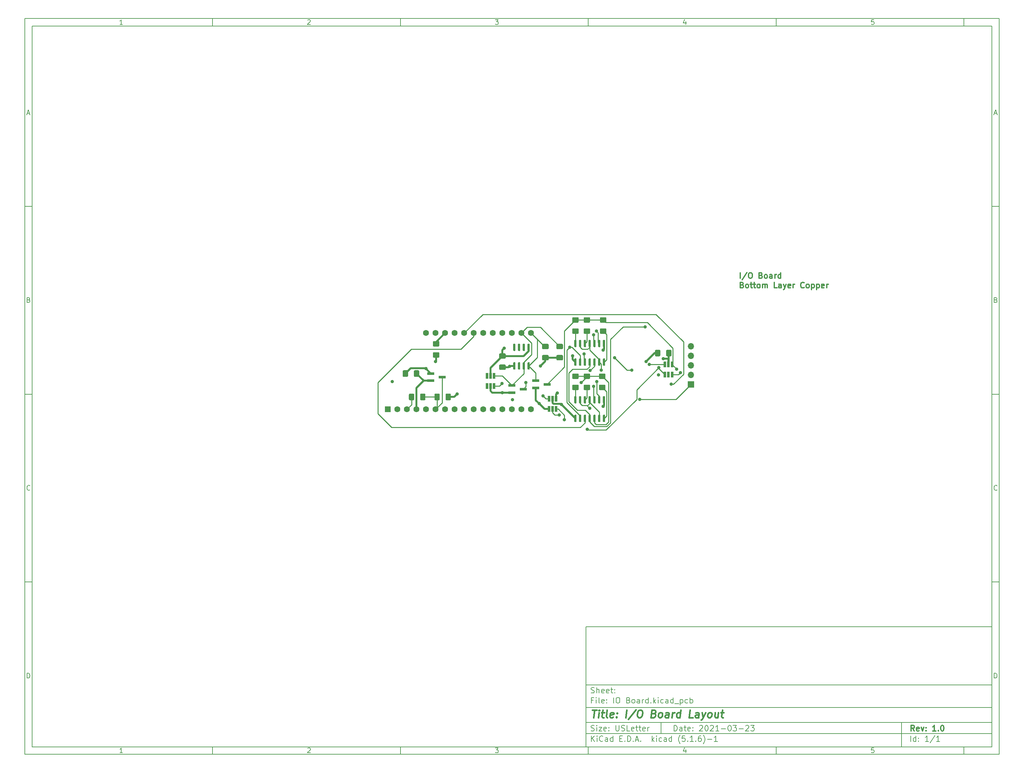
<source format=gbr>
G04 #@! TF.GenerationSoftware,KiCad,Pcbnew,(5.1.6)-1*
G04 #@! TF.CreationDate,2021-03-23T17:10:19-04:00*
G04 #@! TF.ProjectId,IO Board,494f2042-6f61-4726-942e-6b696361645f,1.0*
G04 #@! TF.SameCoordinates,Original*
G04 #@! TF.FileFunction,Copper,L4,Bot*
G04 #@! TF.FilePolarity,Positive*
%FSLAX46Y46*%
G04 Gerber Fmt 4.6, Leading zero omitted, Abs format (unit mm)*
G04 Created by KiCad (PCBNEW (5.1.6)-1) date 2021-03-23 17:10:19*
%MOMM*%
%LPD*%
G01*
G04 APERTURE LIST*
%ADD10C,0.100000*%
%ADD11C,0.150000*%
%ADD12C,0.300000*%
%ADD13C,0.400000*%
G04 #@! TA.AperFunction,NonConductor*
%ADD14C,0.300000*%
G04 #@! TD*
G04 #@! TA.AperFunction,ComponentPad*
%ADD15C,1.600000*%
G04 #@! TD*
G04 #@! TA.AperFunction,ComponentPad*
%ADD16R,1.600000X1.600000*%
G04 #@! TD*
G04 #@! TA.AperFunction,SMDPad,CuDef*
%ADD17R,1.900000X0.800000*%
G04 #@! TD*
G04 #@! TA.AperFunction,SMDPad,CuDef*
%ADD18R,0.650000X1.560000*%
G04 #@! TD*
G04 #@! TA.AperFunction,ComponentPad*
%ADD19R,1.700000X1.700000*%
G04 #@! TD*
G04 #@! TA.AperFunction,ComponentPad*
%ADD20O,1.700000X1.700000*%
G04 #@! TD*
G04 #@! TA.AperFunction,ViaPad*
%ADD21C,0.889000*%
G04 #@! TD*
G04 #@! TA.AperFunction,Conductor*
%ADD22C,0.508000*%
G04 #@! TD*
G04 #@! TA.AperFunction,Conductor*
%ADD23C,0.254000*%
G04 #@! TD*
G04 APERTURE END LIST*
D10*
D11*
X159400000Y-171900000D02*
X159400000Y-203900000D01*
X267400000Y-203900000D01*
X267400000Y-171900000D01*
X159400000Y-171900000D01*
D10*
D11*
X10000000Y-10000000D02*
X10000000Y-205900000D01*
X269400000Y-205900000D01*
X269400000Y-10000000D01*
X10000000Y-10000000D01*
D10*
D11*
X12000000Y-12000000D02*
X12000000Y-203900000D01*
X267400000Y-203900000D01*
X267400000Y-12000000D01*
X12000000Y-12000000D01*
D10*
D11*
X60000000Y-12000000D02*
X60000000Y-10000000D01*
D10*
D11*
X110000000Y-12000000D02*
X110000000Y-10000000D01*
D10*
D11*
X160000000Y-12000000D02*
X160000000Y-10000000D01*
D10*
D11*
X210000000Y-12000000D02*
X210000000Y-10000000D01*
D10*
D11*
X260000000Y-12000000D02*
X260000000Y-10000000D01*
D10*
D11*
X36065476Y-11588095D02*
X35322619Y-11588095D01*
X35694047Y-11588095D02*
X35694047Y-10288095D01*
X35570238Y-10473809D01*
X35446428Y-10597619D01*
X35322619Y-10659523D01*
D10*
D11*
X85322619Y-10411904D02*
X85384523Y-10350000D01*
X85508333Y-10288095D01*
X85817857Y-10288095D01*
X85941666Y-10350000D01*
X86003571Y-10411904D01*
X86065476Y-10535714D01*
X86065476Y-10659523D01*
X86003571Y-10845238D01*
X85260714Y-11588095D01*
X86065476Y-11588095D01*
D10*
D11*
X135260714Y-10288095D02*
X136065476Y-10288095D01*
X135632142Y-10783333D01*
X135817857Y-10783333D01*
X135941666Y-10845238D01*
X136003571Y-10907142D01*
X136065476Y-11030952D01*
X136065476Y-11340476D01*
X136003571Y-11464285D01*
X135941666Y-11526190D01*
X135817857Y-11588095D01*
X135446428Y-11588095D01*
X135322619Y-11526190D01*
X135260714Y-11464285D01*
D10*
D11*
X185941666Y-10721428D02*
X185941666Y-11588095D01*
X185632142Y-10226190D02*
X185322619Y-11154761D01*
X186127380Y-11154761D01*
D10*
D11*
X236003571Y-10288095D02*
X235384523Y-10288095D01*
X235322619Y-10907142D01*
X235384523Y-10845238D01*
X235508333Y-10783333D01*
X235817857Y-10783333D01*
X235941666Y-10845238D01*
X236003571Y-10907142D01*
X236065476Y-11030952D01*
X236065476Y-11340476D01*
X236003571Y-11464285D01*
X235941666Y-11526190D01*
X235817857Y-11588095D01*
X235508333Y-11588095D01*
X235384523Y-11526190D01*
X235322619Y-11464285D01*
D10*
D11*
X60000000Y-203900000D02*
X60000000Y-205900000D01*
D10*
D11*
X110000000Y-203900000D02*
X110000000Y-205900000D01*
D10*
D11*
X160000000Y-203900000D02*
X160000000Y-205900000D01*
D10*
D11*
X210000000Y-203900000D02*
X210000000Y-205900000D01*
D10*
D11*
X260000000Y-203900000D02*
X260000000Y-205900000D01*
D10*
D11*
X36065476Y-205488095D02*
X35322619Y-205488095D01*
X35694047Y-205488095D02*
X35694047Y-204188095D01*
X35570238Y-204373809D01*
X35446428Y-204497619D01*
X35322619Y-204559523D01*
D10*
D11*
X85322619Y-204311904D02*
X85384523Y-204250000D01*
X85508333Y-204188095D01*
X85817857Y-204188095D01*
X85941666Y-204250000D01*
X86003571Y-204311904D01*
X86065476Y-204435714D01*
X86065476Y-204559523D01*
X86003571Y-204745238D01*
X85260714Y-205488095D01*
X86065476Y-205488095D01*
D10*
D11*
X135260714Y-204188095D02*
X136065476Y-204188095D01*
X135632142Y-204683333D01*
X135817857Y-204683333D01*
X135941666Y-204745238D01*
X136003571Y-204807142D01*
X136065476Y-204930952D01*
X136065476Y-205240476D01*
X136003571Y-205364285D01*
X135941666Y-205426190D01*
X135817857Y-205488095D01*
X135446428Y-205488095D01*
X135322619Y-205426190D01*
X135260714Y-205364285D01*
D10*
D11*
X185941666Y-204621428D02*
X185941666Y-205488095D01*
X185632142Y-204126190D02*
X185322619Y-205054761D01*
X186127380Y-205054761D01*
D10*
D11*
X236003571Y-204188095D02*
X235384523Y-204188095D01*
X235322619Y-204807142D01*
X235384523Y-204745238D01*
X235508333Y-204683333D01*
X235817857Y-204683333D01*
X235941666Y-204745238D01*
X236003571Y-204807142D01*
X236065476Y-204930952D01*
X236065476Y-205240476D01*
X236003571Y-205364285D01*
X235941666Y-205426190D01*
X235817857Y-205488095D01*
X235508333Y-205488095D01*
X235384523Y-205426190D01*
X235322619Y-205364285D01*
D10*
D11*
X10000000Y-60000000D02*
X12000000Y-60000000D01*
D10*
D11*
X10000000Y-110000000D02*
X12000000Y-110000000D01*
D10*
D11*
X10000000Y-160000000D02*
X12000000Y-160000000D01*
D10*
D11*
X10690476Y-35216666D02*
X11309523Y-35216666D01*
X10566666Y-35588095D02*
X11000000Y-34288095D01*
X11433333Y-35588095D01*
D10*
D11*
X11092857Y-84907142D02*
X11278571Y-84969047D01*
X11340476Y-85030952D01*
X11402380Y-85154761D01*
X11402380Y-85340476D01*
X11340476Y-85464285D01*
X11278571Y-85526190D01*
X11154761Y-85588095D01*
X10659523Y-85588095D01*
X10659523Y-84288095D01*
X11092857Y-84288095D01*
X11216666Y-84350000D01*
X11278571Y-84411904D01*
X11340476Y-84535714D01*
X11340476Y-84659523D01*
X11278571Y-84783333D01*
X11216666Y-84845238D01*
X11092857Y-84907142D01*
X10659523Y-84907142D01*
D10*
D11*
X11402380Y-135464285D02*
X11340476Y-135526190D01*
X11154761Y-135588095D01*
X11030952Y-135588095D01*
X10845238Y-135526190D01*
X10721428Y-135402380D01*
X10659523Y-135278571D01*
X10597619Y-135030952D01*
X10597619Y-134845238D01*
X10659523Y-134597619D01*
X10721428Y-134473809D01*
X10845238Y-134350000D01*
X11030952Y-134288095D01*
X11154761Y-134288095D01*
X11340476Y-134350000D01*
X11402380Y-134411904D01*
D10*
D11*
X10659523Y-185588095D02*
X10659523Y-184288095D01*
X10969047Y-184288095D01*
X11154761Y-184350000D01*
X11278571Y-184473809D01*
X11340476Y-184597619D01*
X11402380Y-184845238D01*
X11402380Y-185030952D01*
X11340476Y-185278571D01*
X11278571Y-185402380D01*
X11154761Y-185526190D01*
X10969047Y-185588095D01*
X10659523Y-185588095D01*
D10*
D11*
X269400000Y-60000000D02*
X267400000Y-60000000D01*
D10*
D11*
X269400000Y-110000000D02*
X267400000Y-110000000D01*
D10*
D11*
X269400000Y-160000000D02*
X267400000Y-160000000D01*
D10*
D11*
X268090476Y-35216666D02*
X268709523Y-35216666D01*
X267966666Y-35588095D02*
X268400000Y-34288095D01*
X268833333Y-35588095D01*
D10*
D11*
X268492857Y-84907142D02*
X268678571Y-84969047D01*
X268740476Y-85030952D01*
X268802380Y-85154761D01*
X268802380Y-85340476D01*
X268740476Y-85464285D01*
X268678571Y-85526190D01*
X268554761Y-85588095D01*
X268059523Y-85588095D01*
X268059523Y-84288095D01*
X268492857Y-84288095D01*
X268616666Y-84350000D01*
X268678571Y-84411904D01*
X268740476Y-84535714D01*
X268740476Y-84659523D01*
X268678571Y-84783333D01*
X268616666Y-84845238D01*
X268492857Y-84907142D01*
X268059523Y-84907142D01*
D10*
D11*
X268802380Y-135464285D02*
X268740476Y-135526190D01*
X268554761Y-135588095D01*
X268430952Y-135588095D01*
X268245238Y-135526190D01*
X268121428Y-135402380D01*
X268059523Y-135278571D01*
X267997619Y-135030952D01*
X267997619Y-134845238D01*
X268059523Y-134597619D01*
X268121428Y-134473809D01*
X268245238Y-134350000D01*
X268430952Y-134288095D01*
X268554761Y-134288095D01*
X268740476Y-134350000D01*
X268802380Y-134411904D01*
D10*
D11*
X268059523Y-185588095D02*
X268059523Y-184288095D01*
X268369047Y-184288095D01*
X268554761Y-184350000D01*
X268678571Y-184473809D01*
X268740476Y-184597619D01*
X268802380Y-184845238D01*
X268802380Y-185030952D01*
X268740476Y-185278571D01*
X268678571Y-185402380D01*
X268554761Y-185526190D01*
X268369047Y-185588095D01*
X268059523Y-185588095D01*
D10*
D11*
X182832142Y-199678571D02*
X182832142Y-198178571D01*
X183189285Y-198178571D01*
X183403571Y-198250000D01*
X183546428Y-198392857D01*
X183617857Y-198535714D01*
X183689285Y-198821428D01*
X183689285Y-199035714D01*
X183617857Y-199321428D01*
X183546428Y-199464285D01*
X183403571Y-199607142D01*
X183189285Y-199678571D01*
X182832142Y-199678571D01*
X184975000Y-199678571D02*
X184975000Y-198892857D01*
X184903571Y-198750000D01*
X184760714Y-198678571D01*
X184475000Y-198678571D01*
X184332142Y-198750000D01*
X184975000Y-199607142D02*
X184832142Y-199678571D01*
X184475000Y-199678571D01*
X184332142Y-199607142D01*
X184260714Y-199464285D01*
X184260714Y-199321428D01*
X184332142Y-199178571D01*
X184475000Y-199107142D01*
X184832142Y-199107142D01*
X184975000Y-199035714D01*
X185475000Y-198678571D02*
X186046428Y-198678571D01*
X185689285Y-198178571D02*
X185689285Y-199464285D01*
X185760714Y-199607142D01*
X185903571Y-199678571D01*
X186046428Y-199678571D01*
X187117857Y-199607142D02*
X186975000Y-199678571D01*
X186689285Y-199678571D01*
X186546428Y-199607142D01*
X186475000Y-199464285D01*
X186475000Y-198892857D01*
X186546428Y-198750000D01*
X186689285Y-198678571D01*
X186975000Y-198678571D01*
X187117857Y-198750000D01*
X187189285Y-198892857D01*
X187189285Y-199035714D01*
X186475000Y-199178571D01*
X187832142Y-199535714D02*
X187903571Y-199607142D01*
X187832142Y-199678571D01*
X187760714Y-199607142D01*
X187832142Y-199535714D01*
X187832142Y-199678571D01*
X187832142Y-198750000D02*
X187903571Y-198821428D01*
X187832142Y-198892857D01*
X187760714Y-198821428D01*
X187832142Y-198750000D01*
X187832142Y-198892857D01*
X189617857Y-198321428D02*
X189689285Y-198250000D01*
X189832142Y-198178571D01*
X190189285Y-198178571D01*
X190332142Y-198250000D01*
X190403571Y-198321428D01*
X190475000Y-198464285D01*
X190475000Y-198607142D01*
X190403571Y-198821428D01*
X189546428Y-199678571D01*
X190475000Y-199678571D01*
X191403571Y-198178571D02*
X191546428Y-198178571D01*
X191689285Y-198250000D01*
X191760714Y-198321428D01*
X191832142Y-198464285D01*
X191903571Y-198750000D01*
X191903571Y-199107142D01*
X191832142Y-199392857D01*
X191760714Y-199535714D01*
X191689285Y-199607142D01*
X191546428Y-199678571D01*
X191403571Y-199678571D01*
X191260714Y-199607142D01*
X191189285Y-199535714D01*
X191117857Y-199392857D01*
X191046428Y-199107142D01*
X191046428Y-198750000D01*
X191117857Y-198464285D01*
X191189285Y-198321428D01*
X191260714Y-198250000D01*
X191403571Y-198178571D01*
X192475000Y-198321428D02*
X192546428Y-198250000D01*
X192689285Y-198178571D01*
X193046428Y-198178571D01*
X193189285Y-198250000D01*
X193260714Y-198321428D01*
X193332142Y-198464285D01*
X193332142Y-198607142D01*
X193260714Y-198821428D01*
X192403571Y-199678571D01*
X193332142Y-199678571D01*
X194760714Y-199678571D02*
X193903571Y-199678571D01*
X194332142Y-199678571D02*
X194332142Y-198178571D01*
X194189285Y-198392857D01*
X194046428Y-198535714D01*
X193903571Y-198607142D01*
X195403571Y-199107142D02*
X196546428Y-199107142D01*
X197546428Y-198178571D02*
X197689285Y-198178571D01*
X197832142Y-198250000D01*
X197903571Y-198321428D01*
X197975000Y-198464285D01*
X198046428Y-198750000D01*
X198046428Y-199107142D01*
X197975000Y-199392857D01*
X197903571Y-199535714D01*
X197832142Y-199607142D01*
X197689285Y-199678571D01*
X197546428Y-199678571D01*
X197403571Y-199607142D01*
X197332142Y-199535714D01*
X197260714Y-199392857D01*
X197189285Y-199107142D01*
X197189285Y-198750000D01*
X197260714Y-198464285D01*
X197332142Y-198321428D01*
X197403571Y-198250000D01*
X197546428Y-198178571D01*
X198546428Y-198178571D02*
X199475000Y-198178571D01*
X198975000Y-198750000D01*
X199189285Y-198750000D01*
X199332142Y-198821428D01*
X199403571Y-198892857D01*
X199475000Y-199035714D01*
X199475000Y-199392857D01*
X199403571Y-199535714D01*
X199332142Y-199607142D01*
X199189285Y-199678571D01*
X198760714Y-199678571D01*
X198617857Y-199607142D01*
X198546428Y-199535714D01*
X200117857Y-199107142D02*
X201260714Y-199107142D01*
X201903571Y-198321428D02*
X201975000Y-198250000D01*
X202117857Y-198178571D01*
X202475000Y-198178571D01*
X202617857Y-198250000D01*
X202689285Y-198321428D01*
X202760714Y-198464285D01*
X202760714Y-198607142D01*
X202689285Y-198821428D01*
X201832142Y-199678571D01*
X202760714Y-199678571D01*
X203260714Y-198178571D02*
X204189285Y-198178571D01*
X203689285Y-198750000D01*
X203903571Y-198750000D01*
X204046428Y-198821428D01*
X204117857Y-198892857D01*
X204189285Y-199035714D01*
X204189285Y-199392857D01*
X204117857Y-199535714D01*
X204046428Y-199607142D01*
X203903571Y-199678571D01*
X203475000Y-199678571D01*
X203332142Y-199607142D01*
X203260714Y-199535714D01*
D10*
D11*
X159400000Y-200400000D02*
X267400000Y-200400000D01*
D10*
D11*
X160832142Y-202478571D02*
X160832142Y-200978571D01*
X161689285Y-202478571D02*
X161046428Y-201621428D01*
X161689285Y-200978571D02*
X160832142Y-201835714D01*
X162332142Y-202478571D02*
X162332142Y-201478571D01*
X162332142Y-200978571D02*
X162260714Y-201050000D01*
X162332142Y-201121428D01*
X162403571Y-201050000D01*
X162332142Y-200978571D01*
X162332142Y-201121428D01*
X163903571Y-202335714D02*
X163832142Y-202407142D01*
X163617857Y-202478571D01*
X163475000Y-202478571D01*
X163260714Y-202407142D01*
X163117857Y-202264285D01*
X163046428Y-202121428D01*
X162975000Y-201835714D01*
X162975000Y-201621428D01*
X163046428Y-201335714D01*
X163117857Y-201192857D01*
X163260714Y-201050000D01*
X163475000Y-200978571D01*
X163617857Y-200978571D01*
X163832142Y-201050000D01*
X163903571Y-201121428D01*
X165189285Y-202478571D02*
X165189285Y-201692857D01*
X165117857Y-201550000D01*
X164975000Y-201478571D01*
X164689285Y-201478571D01*
X164546428Y-201550000D01*
X165189285Y-202407142D02*
X165046428Y-202478571D01*
X164689285Y-202478571D01*
X164546428Y-202407142D01*
X164475000Y-202264285D01*
X164475000Y-202121428D01*
X164546428Y-201978571D01*
X164689285Y-201907142D01*
X165046428Y-201907142D01*
X165189285Y-201835714D01*
X166546428Y-202478571D02*
X166546428Y-200978571D01*
X166546428Y-202407142D02*
X166403571Y-202478571D01*
X166117857Y-202478571D01*
X165975000Y-202407142D01*
X165903571Y-202335714D01*
X165832142Y-202192857D01*
X165832142Y-201764285D01*
X165903571Y-201621428D01*
X165975000Y-201550000D01*
X166117857Y-201478571D01*
X166403571Y-201478571D01*
X166546428Y-201550000D01*
X168403571Y-201692857D02*
X168903571Y-201692857D01*
X169117857Y-202478571D02*
X168403571Y-202478571D01*
X168403571Y-200978571D01*
X169117857Y-200978571D01*
X169760714Y-202335714D02*
X169832142Y-202407142D01*
X169760714Y-202478571D01*
X169689285Y-202407142D01*
X169760714Y-202335714D01*
X169760714Y-202478571D01*
X170475000Y-202478571D02*
X170475000Y-200978571D01*
X170832142Y-200978571D01*
X171046428Y-201050000D01*
X171189285Y-201192857D01*
X171260714Y-201335714D01*
X171332142Y-201621428D01*
X171332142Y-201835714D01*
X171260714Y-202121428D01*
X171189285Y-202264285D01*
X171046428Y-202407142D01*
X170832142Y-202478571D01*
X170475000Y-202478571D01*
X171975000Y-202335714D02*
X172046428Y-202407142D01*
X171975000Y-202478571D01*
X171903571Y-202407142D01*
X171975000Y-202335714D01*
X171975000Y-202478571D01*
X172617857Y-202050000D02*
X173332142Y-202050000D01*
X172475000Y-202478571D02*
X172975000Y-200978571D01*
X173475000Y-202478571D01*
X173975000Y-202335714D02*
X174046428Y-202407142D01*
X173975000Y-202478571D01*
X173903571Y-202407142D01*
X173975000Y-202335714D01*
X173975000Y-202478571D01*
X176975000Y-202478571D02*
X176975000Y-200978571D01*
X177117857Y-201907142D02*
X177546428Y-202478571D01*
X177546428Y-201478571D02*
X176975000Y-202050000D01*
X178189285Y-202478571D02*
X178189285Y-201478571D01*
X178189285Y-200978571D02*
X178117857Y-201050000D01*
X178189285Y-201121428D01*
X178260714Y-201050000D01*
X178189285Y-200978571D01*
X178189285Y-201121428D01*
X179546428Y-202407142D02*
X179403571Y-202478571D01*
X179117857Y-202478571D01*
X178975000Y-202407142D01*
X178903571Y-202335714D01*
X178832142Y-202192857D01*
X178832142Y-201764285D01*
X178903571Y-201621428D01*
X178975000Y-201550000D01*
X179117857Y-201478571D01*
X179403571Y-201478571D01*
X179546428Y-201550000D01*
X180832142Y-202478571D02*
X180832142Y-201692857D01*
X180760714Y-201550000D01*
X180617857Y-201478571D01*
X180332142Y-201478571D01*
X180189285Y-201550000D01*
X180832142Y-202407142D02*
X180689285Y-202478571D01*
X180332142Y-202478571D01*
X180189285Y-202407142D01*
X180117857Y-202264285D01*
X180117857Y-202121428D01*
X180189285Y-201978571D01*
X180332142Y-201907142D01*
X180689285Y-201907142D01*
X180832142Y-201835714D01*
X182189285Y-202478571D02*
X182189285Y-200978571D01*
X182189285Y-202407142D02*
X182046428Y-202478571D01*
X181760714Y-202478571D01*
X181617857Y-202407142D01*
X181546428Y-202335714D01*
X181475000Y-202192857D01*
X181475000Y-201764285D01*
X181546428Y-201621428D01*
X181617857Y-201550000D01*
X181760714Y-201478571D01*
X182046428Y-201478571D01*
X182189285Y-201550000D01*
X184475000Y-203050000D02*
X184403571Y-202978571D01*
X184260714Y-202764285D01*
X184189285Y-202621428D01*
X184117857Y-202407142D01*
X184046428Y-202050000D01*
X184046428Y-201764285D01*
X184117857Y-201407142D01*
X184189285Y-201192857D01*
X184260714Y-201050000D01*
X184403571Y-200835714D01*
X184475000Y-200764285D01*
X185760714Y-200978571D02*
X185046428Y-200978571D01*
X184975000Y-201692857D01*
X185046428Y-201621428D01*
X185189285Y-201550000D01*
X185546428Y-201550000D01*
X185689285Y-201621428D01*
X185760714Y-201692857D01*
X185832142Y-201835714D01*
X185832142Y-202192857D01*
X185760714Y-202335714D01*
X185689285Y-202407142D01*
X185546428Y-202478571D01*
X185189285Y-202478571D01*
X185046428Y-202407142D01*
X184975000Y-202335714D01*
X186475000Y-202335714D02*
X186546428Y-202407142D01*
X186475000Y-202478571D01*
X186403571Y-202407142D01*
X186475000Y-202335714D01*
X186475000Y-202478571D01*
X187975000Y-202478571D02*
X187117857Y-202478571D01*
X187546428Y-202478571D02*
X187546428Y-200978571D01*
X187403571Y-201192857D01*
X187260714Y-201335714D01*
X187117857Y-201407142D01*
X188617857Y-202335714D02*
X188689285Y-202407142D01*
X188617857Y-202478571D01*
X188546428Y-202407142D01*
X188617857Y-202335714D01*
X188617857Y-202478571D01*
X189975000Y-200978571D02*
X189689285Y-200978571D01*
X189546428Y-201050000D01*
X189475000Y-201121428D01*
X189332142Y-201335714D01*
X189260714Y-201621428D01*
X189260714Y-202192857D01*
X189332142Y-202335714D01*
X189403571Y-202407142D01*
X189546428Y-202478571D01*
X189832142Y-202478571D01*
X189975000Y-202407142D01*
X190046428Y-202335714D01*
X190117857Y-202192857D01*
X190117857Y-201835714D01*
X190046428Y-201692857D01*
X189975000Y-201621428D01*
X189832142Y-201550000D01*
X189546428Y-201550000D01*
X189403571Y-201621428D01*
X189332142Y-201692857D01*
X189260714Y-201835714D01*
X190617857Y-203050000D02*
X190689285Y-202978571D01*
X190832142Y-202764285D01*
X190903571Y-202621428D01*
X190975000Y-202407142D01*
X191046428Y-202050000D01*
X191046428Y-201764285D01*
X190975000Y-201407142D01*
X190903571Y-201192857D01*
X190832142Y-201050000D01*
X190689285Y-200835714D01*
X190617857Y-200764285D01*
X191760714Y-201907142D02*
X192903571Y-201907142D01*
X194403571Y-202478571D02*
X193546428Y-202478571D01*
X193975000Y-202478571D02*
X193975000Y-200978571D01*
X193832142Y-201192857D01*
X193689285Y-201335714D01*
X193546428Y-201407142D01*
D10*
D11*
X159400000Y-197400000D02*
X267400000Y-197400000D01*
D10*
D12*
X246809285Y-199678571D02*
X246309285Y-198964285D01*
X245952142Y-199678571D02*
X245952142Y-198178571D01*
X246523571Y-198178571D01*
X246666428Y-198250000D01*
X246737857Y-198321428D01*
X246809285Y-198464285D01*
X246809285Y-198678571D01*
X246737857Y-198821428D01*
X246666428Y-198892857D01*
X246523571Y-198964285D01*
X245952142Y-198964285D01*
X248023571Y-199607142D02*
X247880714Y-199678571D01*
X247595000Y-199678571D01*
X247452142Y-199607142D01*
X247380714Y-199464285D01*
X247380714Y-198892857D01*
X247452142Y-198750000D01*
X247595000Y-198678571D01*
X247880714Y-198678571D01*
X248023571Y-198750000D01*
X248095000Y-198892857D01*
X248095000Y-199035714D01*
X247380714Y-199178571D01*
X248595000Y-198678571D02*
X248952142Y-199678571D01*
X249309285Y-198678571D01*
X249880714Y-199535714D02*
X249952142Y-199607142D01*
X249880714Y-199678571D01*
X249809285Y-199607142D01*
X249880714Y-199535714D01*
X249880714Y-199678571D01*
X249880714Y-198750000D02*
X249952142Y-198821428D01*
X249880714Y-198892857D01*
X249809285Y-198821428D01*
X249880714Y-198750000D01*
X249880714Y-198892857D01*
X252523571Y-199678571D02*
X251666428Y-199678571D01*
X252095000Y-199678571D02*
X252095000Y-198178571D01*
X251952142Y-198392857D01*
X251809285Y-198535714D01*
X251666428Y-198607142D01*
X253166428Y-199535714D02*
X253237857Y-199607142D01*
X253166428Y-199678571D01*
X253095000Y-199607142D01*
X253166428Y-199535714D01*
X253166428Y-199678571D01*
X254166428Y-198178571D02*
X254309285Y-198178571D01*
X254452142Y-198250000D01*
X254523571Y-198321428D01*
X254595000Y-198464285D01*
X254666428Y-198750000D01*
X254666428Y-199107142D01*
X254595000Y-199392857D01*
X254523571Y-199535714D01*
X254452142Y-199607142D01*
X254309285Y-199678571D01*
X254166428Y-199678571D01*
X254023571Y-199607142D01*
X253952142Y-199535714D01*
X253880714Y-199392857D01*
X253809285Y-199107142D01*
X253809285Y-198750000D01*
X253880714Y-198464285D01*
X253952142Y-198321428D01*
X254023571Y-198250000D01*
X254166428Y-198178571D01*
D10*
D11*
X160760714Y-199607142D02*
X160975000Y-199678571D01*
X161332142Y-199678571D01*
X161475000Y-199607142D01*
X161546428Y-199535714D01*
X161617857Y-199392857D01*
X161617857Y-199250000D01*
X161546428Y-199107142D01*
X161475000Y-199035714D01*
X161332142Y-198964285D01*
X161046428Y-198892857D01*
X160903571Y-198821428D01*
X160832142Y-198750000D01*
X160760714Y-198607142D01*
X160760714Y-198464285D01*
X160832142Y-198321428D01*
X160903571Y-198250000D01*
X161046428Y-198178571D01*
X161403571Y-198178571D01*
X161617857Y-198250000D01*
X162260714Y-199678571D02*
X162260714Y-198678571D01*
X162260714Y-198178571D02*
X162189285Y-198250000D01*
X162260714Y-198321428D01*
X162332142Y-198250000D01*
X162260714Y-198178571D01*
X162260714Y-198321428D01*
X162832142Y-198678571D02*
X163617857Y-198678571D01*
X162832142Y-199678571D01*
X163617857Y-199678571D01*
X164760714Y-199607142D02*
X164617857Y-199678571D01*
X164332142Y-199678571D01*
X164189285Y-199607142D01*
X164117857Y-199464285D01*
X164117857Y-198892857D01*
X164189285Y-198750000D01*
X164332142Y-198678571D01*
X164617857Y-198678571D01*
X164760714Y-198750000D01*
X164832142Y-198892857D01*
X164832142Y-199035714D01*
X164117857Y-199178571D01*
X165475000Y-199535714D02*
X165546428Y-199607142D01*
X165475000Y-199678571D01*
X165403571Y-199607142D01*
X165475000Y-199535714D01*
X165475000Y-199678571D01*
X165475000Y-198750000D02*
X165546428Y-198821428D01*
X165475000Y-198892857D01*
X165403571Y-198821428D01*
X165475000Y-198750000D01*
X165475000Y-198892857D01*
X167332142Y-198178571D02*
X167332142Y-199392857D01*
X167403571Y-199535714D01*
X167475000Y-199607142D01*
X167617857Y-199678571D01*
X167903571Y-199678571D01*
X168046428Y-199607142D01*
X168117857Y-199535714D01*
X168189285Y-199392857D01*
X168189285Y-198178571D01*
X168832142Y-199607142D02*
X169046428Y-199678571D01*
X169403571Y-199678571D01*
X169546428Y-199607142D01*
X169617857Y-199535714D01*
X169689285Y-199392857D01*
X169689285Y-199250000D01*
X169617857Y-199107142D01*
X169546428Y-199035714D01*
X169403571Y-198964285D01*
X169117857Y-198892857D01*
X168975000Y-198821428D01*
X168903571Y-198750000D01*
X168832142Y-198607142D01*
X168832142Y-198464285D01*
X168903571Y-198321428D01*
X168975000Y-198250000D01*
X169117857Y-198178571D01*
X169475000Y-198178571D01*
X169689285Y-198250000D01*
X171046428Y-199678571D02*
X170332142Y-199678571D01*
X170332142Y-198178571D01*
X172117857Y-199607142D02*
X171975000Y-199678571D01*
X171689285Y-199678571D01*
X171546428Y-199607142D01*
X171475000Y-199464285D01*
X171475000Y-198892857D01*
X171546428Y-198750000D01*
X171689285Y-198678571D01*
X171975000Y-198678571D01*
X172117857Y-198750000D01*
X172189285Y-198892857D01*
X172189285Y-199035714D01*
X171475000Y-199178571D01*
X172617857Y-198678571D02*
X173189285Y-198678571D01*
X172832142Y-198178571D02*
X172832142Y-199464285D01*
X172903571Y-199607142D01*
X173046428Y-199678571D01*
X173189285Y-199678571D01*
X173475000Y-198678571D02*
X174046428Y-198678571D01*
X173689285Y-198178571D02*
X173689285Y-199464285D01*
X173760714Y-199607142D01*
X173903571Y-199678571D01*
X174046428Y-199678571D01*
X175117857Y-199607142D02*
X174975000Y-199678571D01*
X174689285Y-199678571D01*
X174546428Y-199607142D01*
X174475000Y-199464285D01*
X174475000Y-198892857D01*
X174546428Y-198750000D01*
X174689285Y-198678571D01*
X174975000Y-198678571D01*
X175117857Y-198750000D01*
X175189285Y-198892857D01*
X175189285Y-199035714D01*
X174475000Y-199178571D01*
X175832142Y-199678571D02*
X175832142Y-198678571D01*
X175832142Y-198964285D02*
X175903571Y-198821428D01*
X175975000Y-198750000D01*
X176117857Y-198678571D01*
X176260714Y-198678571D01*
D10*
D11*
X245832142Y-202478571D02*
X245832142Y-200978571D01*
X247189285Y-202478571D02*
X247189285Y-200978571D01*
X247189285Y-202407142D02*
X247046428Y-202478571D01*
X246760714Y-202478571D01*
X246617857Y-202407142D01*
X246546428Y-202335714D01*
X246475000Y-202192857D01*
X246475000Y-201764285D01*
X246546428Y-201621428D01*
X246617857Y-201550000D01*
X246760714Y-201478571D01*
X247046428Y-201478571D01*
X247189285Y-201550000D01*
X247903571Y-202335714D02*
X247975000Y-202407142D01*
X247903571Y-202478571D01*
X247832142Y-202407142D01*
X247903571Y-202335714D01*
X247903571Y-202478571D01*
X247903571Y-201550000D02*
X247975000Y-201621428D01*
X247903571Y-201692857D01*
X247832142Y-201621428D01*
X247903571Y-201550000D01*
X247903571Y-201692857D01*
X250546428Y-202478571D02*
X249689285Y-202478571D01*
X250117857Y-202478571D02*
X250117857Y-200978571D01*
X249975000Y-201192857D01*
X249832142Y-201335714D01*
X249689285Y-201407142D01*
X252260714Y-200907142D02*
X250975000Y-202835714D01*
X253546428Y-202478571D02*
X252689285Y-202478571D01*
X253117857Y-202478571D02*
X253117857Y-200978571D01*
X252975000Y-201192857D01*
X252832142Y-201335714D01*
X252689285Y-201407142D01*
D10*
D11*
X159400000Y-193400000D02*
X267400000Y-193400000D01*
D10*
D13*
X161112380Y-194104761D02*
X162255238Y-194104761D01*
X161433809Y-196104761D02*
X161683809Y-194104761D01*
X162671904Y-196104761D02*
X162838571Y-194771428D01*
X162921904Y-194104761D02*
X162814761Y-194200000D01*
X162898095Y-194295238D01*
X163005238Y-194200000D01*
X162921904Y-194104761D01*
X162898095Y-194295238D01*
X163505238Y-194771428D02*
X164267142Y-194771428D01*
X163874285Y-194104761D02*
X163660000Y-195819047D01*
X163731428Y-196009523D01*
X163910000Y-196104761D01*
X164100476Y-196104761D01*
X165052857Y-196104761D02*
X164874285Y-196009523D01*
X164802857Y-195819047D01*
X165017142Y-194104761D01*
X166588571Y-196009523D02*
X166386190Y-196104761D01*
X166005238Y-196104761D01*
X165826666Y-196009523D01*
X165755238Y-195819047D01*
X165850476Y-195057142D01*
X165969523Y-194866666D01*
X166171904Y-194771428D01*
X166552857Y-194771428D01*
X166731428Y-194866666D01*
X166802857Y-195057142D01*
X166779047Y-195247619D01*
X165802857Y-195438095D01*
X167552857Y-195914285D02*
X167636190Y-196009523D01*
X167529047Y-196104761D01*
X167445714Y-196009523D01*
X167552857Y-195914285D01*
X167529047Y-196104761D01*
X167683809Y-194866666D02*
X167767142Y-194961904D01*
X167660000Y-195057142D01*
X167576666Y-194961904D01*
X167683809Y-194866666D01*
X167660000Y-195057142D01*
X170005238Y-196104761D02*
X170255238Y-194104761D01*
X172648095Y-194009523D02*
X170612380Y-196580952D01*
X173683809Y-194104761D02*
X174064761Y-194104761D01*
X174243333Y-194200000D01*
X174410000Y-194390476D01*
X174457619Y-194771428D01*
X174374285Y-195438095D01*
X174231428Y-195819047D01*
X174017142Y-196009523D01*
X173814761Y-196104761D01*
X173433809Y-196104761D01*
X173255238Y-196009523D01*
X173088571Y-195819047D01*
X173040952Y-195438095D01*
X173124285Y-194771428D01*
X173267142Y-194390476D01*
X173481428Y-194200000D01*
X173683809Y-194104761D01*
X177469523Y-195057142D02*
X177743333Y-195152380D01*
X177826666Y-195247619D01*
X177898095Y-195438095D01*
X177862380Y-195723809D01*
X177743333Y-195914285D01*
X177636190Y-196009523D01*
X177433809Y-196104761D01*
X176671904Y-196104761D01*
X176921904Y-194104761D01*
X177588571Y-194104761D01*
X177767142Y-194200000D01*
X177850476Y-194295238D01*
X177921904Y-194485714D01*
X177898095Y-194676190D01*
X177779047Y-194866666D01*
X177671904Y-194961904D01*
X177469523Y-195057142D01*
X176802857Y-195057142D01*
X178957619Y-196104761D02*
X178779047Y-196009523D01*
X178695714Y-195914285D01*
X178624285Y-195723809D01*
X178695714Y-195152380D01*
X178814761Y-194961904D01*
X178921904Y-194866666D01*
X179124285Y-194771428D01*
X179410000Y-194771428D01*
X179588571Y-194866666D01*
X179671904Y-194961904D01*
X179743333Y-195152380D01*
X179671904Y-195723809D01*
X179552857Y-195914285D01*
X179445714Y-196009523D01*
X179243333Y-196104761D01*
X178957619Y-196104761D01*
X181338571Y-196104761D02*
X181469523Y-195057142D01*
X181398095Y-194866666D01*
X181219523Y-194771428D01*
X180838571Y-194771428D01*
X180636190Y-194866666D01*
X181350476Y-196009523D02*
X181148095Y-196104761D01*
X180671904Y-196104761D01*
X180493333Y-196009523D01*
X180421904Y-195819047D01*
X180445714Y-195628571D01*
X180564761Y-195438095D01*
X180767142Y-195342857D01*
X181243333Y-195342857D01*
X181445714Y-195247619D01*
X182290952Y-196104761D02*
X182457619Y-194771428D01*
X182410000Y-195152380D02*
X182529047Y-194961904D01*
X182636190Y-194866666D01*
X182838571Y-194771428D01*
X183029047Y-194771428D01*
X184386190Y-196104761D02*
X184636190Y-194104761D01*
X184398095Y-196009523D02*
X184195714Y-196104761D01*
X183814761Y-196104761D01*
X183636190Y-196009523D01*
X183552857Y-195914285D01*
X183481428Y-195723809D01*
X183552857Y-195152380D01*
X183671904Y-194961904D01*
X183779047Y-194866666D01*
X183981428Y-194771428D01*
X184362380Y-194771428D01*
X184540952Y-194866666D01*
X187814761Y-196104761D02*
X186862380Y-196104761D01*
X187112380Y-194104761D01*
X189338571Y-196104761D02*
X189469523Y-195057142D01*
X189398095Y-194866666D01*
X189219523Y-194771428D01*
X188838571Y-194771428D01*
X188636190Y-194866666D01*
X189350476Y-196009523D02*
X189148095Y-196104761D01*
X188671904Y-196104761D01*
X188493333Y-196009523D01*
X188421904Y-195819047D01*
X188445714Y-195628571D01*
X188564761Y-195438095D01*
X188767142Y-195342857D01*
X189243333Y-195342857D01*
X189445714Y-195247619D01*
X190267142Y-194771428D02*
X190576666Y-196104761D01*
X191219523Y-194771428D02*
X190576666Y-196104761D01*
X190326666Y-196580952D01*
X190219523Y-196676190D01*
X190017142Y-196771428D01*
X192100476Y-196104761D02*
X191921904Y-196009523D01*
X191838571Y-195914285D01*
X191767142Y-195723809D01*
X191838571Y-195152380D01*
X191957619Y-194961904D01*
X192064761Y-194866666D01*
X192267142Y-194771428D01*
X192552857Y-194771428D01*
X192731428Y-194866666D01*
X192814761Y-194961904D01*
X192886190Y-195152380D01*
X192814761Y-195723809D01*
X192695714Y-195914285D01*
X192588571Y-196009523D01*
X192386190Y-196104761D01*
X192100476Y-196104761D01*
X194648095Y-194771428D02*
X194481428Y-196104761D01*
X193790952Y-194771428D02*
X193660000Y-195819047D01*
X193731428Y-196009523D01*
X193910000Y-196104761D01*
X194195714Y-196104761D01*
X194398095Y-196009523D01*
X194505238Y-195914285D01*
X195314761Y-194771428D02*
X196076666Y-194771428D01*
X195683809Y-194104761D02*
X195469523Y-195819047D01*
X195540952Y-196009523D01*
X195719523Y-196104761D01*
X195910000Y-196104761D01*
D10*
D11*
X161332142Y-191492857D02*
X160832142Y-191492857D01*
X160832142Y-192278571D02*
X160832142Y-190778571D01*
X161546428Y-190778571D01*
X162117857Y-192278571D02*
X162117857Y-191278571D01*
X162117857Y-190778571D02*
X162046428Y-190850000D01*
X162117857Y-190921428D01*
X162189285Y-190850000D01*
X162117857Y-190778571D01*
X162117857Y-190921428D01*
X163046428Y-192278571D02*
X162903571Y-192207142D01*
X162832142Y-192064285D01*
X162832142Y-190778571D01*
X164189285Y-192207142D02*
X164046428Y-192278571D01*
X163760714Y-192278571D01*
X163617857Y-192207142D01*
X163546428Y-192064285D01*
X163546428Y-191492857D01*
X163617857Y-191350000D01*
X163760714Y-191278571D01*
X164046428Y-191278571D01*
X164189285Y-191350000D01*
X164260714Y-191492857D01*
X164260714Y-191635714D01*
X163546428Y-191778571D01*
X164903571Y-192135714D02*
X164975000Y-192207142D01*
X164903571Y-192278571D01*
X164832142Y-192207142D01*
X164903571Y-192135714D01*
X164903571Y-192278571D01*
X164903571Y-191350000D02*
X164975000Y-191421428D01*
X164903571Y-191492857D01*
X164832142Y-191421428D01*
X164903571Y-191350000D01*
X164903571Y-191492857D01*
X166760714Y-192278571D02*
X166760714Y-190778571D01*
X167760714Y-190778571D02*
X168046428Y-190778571D01*
X168189285Y-190850000D01*
X168332142Y-190992857D01*
X168403571Y-191278571D01*
X168403571Y-191778571D01*
X168332142Y-192064285D01*
X168189285Y-192207142D01*
X168046428Y-192278571D01*
X167760714Y-192278571D01*
X167617857Y-192207142D01*
X167475000Y-192064285D01*
X167403571Y-191778571D01*
X167403571Y-191278571D01*
X167475000Y-190992857D01*
X167617857Y-190850000D01*
X167760714Y-190778571D01*
X170689285Y-191492857D02*
X170903571Y-191564285D01*
X170975000Y-191635714D01*
X171046428Y-191778571D01*
X171046428Y-191992857D01*
X170975000Y-192135714D01*
X170903571Y-192207142D01*
X170760714Y-192278571D01*
X170189285Y-192278571D01*
X170189285Y-190778571D01*
X170689285Y-190778571D01*
X170832142Y-190850000D01*
X170903571Y-190921428D01*
X170975000Y-191064285D01*
X170975000Y-191207142D01*
X170903571Y-191350000D01*
X170832142Y-191421428D01*
X170689285Y-191492857D01*
X170189285Y-191492857D01*
X171903571Y-192278571D02*
X171760714Y-192207142D01*
X171689285Y-192135714D01*
X171617857Y-191992857D01*
X171617857Y-191564285D01*
X171689285Y-191421428D01*
X171760714Y-191350000D01*
X171903571Y-191278571D01*
X172117857Y-191278571D01*
X172260714Y-191350000D01*
X172332142Y-191421428D01*
X172403571Y-191564285D01*
X172403571Y-191992857D01*
X172332142Y-192135714D01*
X172260714Y-192207142D01*
X172117857Y-192278571D01*
X171903571Y-192278571D01*
X173689285Y-192278571D02*
X173689285Y-191492857D01*
X173617857Y-191350000D01*
X173475000Y-191278571D01*
X173189285Y-191278571D01*
X173046428Y-191350000D01*
X173689285Y-192207142D02*
X173546428Y-192278571D01*
X173189285Y-192278571D01*
X173046428Y-192207142D01*
X172975000Y-192064285D01*
X172975000Y-191921428D01*
X173046428Y-191778571D01*
X173189285Y-191707142D01*
X173546428Y-191707142D01*
X173689285Y-191635714D01*
X174403571Y-192278571D02*
X174403571Y-191278571D01*
X174403571Y-191564285D02*
X174475000Y-191421428D01*
X174546428Y-191350000D01*
X174689285Y-191278571D01*
X174832142Y-191278571D01*
X175975000Y-192278571D02*
X175975000Y-190778571D01*
X175975000Y-192207142D02*
X175832142Y-192278571D01*
X175546428Y-192278571D01*
X175403571Y-192207142D01*
X175332142Y-192135714D01*
X175260714Y-191992857D01*
X175260714Y-191564285D01*
X175332142Y-191421428D01*
X175403571Y-191350000D01*
X175546428Y-191278571D01*
X175832142Y-191278571D01*
X175975000Y-191350000D01*
X176689285Y-192135714D02*
X176760714Y-192207142D01*
X176689285Y-192278571D01*
X176617857Y-192207142D01*
X176689285Y-192135714D01*
X176689285Y-192278571D01*
X177403571Y-192278571D02*
X177403571Y-190778571D01*
X177546428Y-191707142D02*
X177975000Y-192278571D01*
X177975000Y-191278571D02*
X177403571Y-191850000D01*
X178617857Y-192278571D02*
X178617857Y-191278571D01*
X178617857Y-190778571D02*
X178546428Y-190850000D01*
X178617857Y-190921428D01*
X178689285Y-190850000D01*
X178617857Y-190778571D01*
X178617857Y-190921428D01*
X179975000Y-192207142D02*
X179832142Y-192278571D01*
X179546428Y-192278571D01*
X179403571Y-192207142D01*
X179332142Y-192135714D01*
X179260714Y-191992857D01*
X179260714Y-191564285D01*
X179332142Y-191421428D01*
X179403571Y-191350000D01*
X179546428Y-191278571D01*
X179832142Y-191278571D01*
X179975000Y-191350000D01*
X181260714Y-192278571D02*
X181260714Y-191492857D01*
X181189285Y-191350000D01*
X181046428Y-191278571D01*
X180760714Y-191278571D01*
X180617857Y-191350000D01*
X181260714Y-192207142D02*
X181117857Y-192278571D01*
X180760714Y-192278571D01*
X180617857Y-192207142D01*
X180546428Y-192064285D01*
X180546428Y-191921428D01*
X180617857Y-191778571D01*
X180760714Y-191707142D01*
X181117857Y-191707142D01*
X181260714Y-191635714D01*
X182617857Y-192278571D02*
X182617857Y-190778571D01*
X182617857Y-192207142D02*
X182475000Y-192278571D01*
X182189285Y-192278571D01*
X182046428Y-192207142D01*
X181975000Y-192135714D01*
X181903571Y-191992857D01*
X181903571Y-191564285D01*
X181975000Y-191421428D01*
X182046428Y-191350000D01*
X182189285Y-191278571D01*
X182475000Y-191278571D01*
X182617857Y-191350000D01*
X182975000Y-192421428D02*
X184117857Y-192421428D01*
X184475000Y-191278571D02*
X184475000Y-192778571D01*
X184475000Y-191350000D02*
X184617857Y-191278571D01*
X184903571Y-191278571D01*
X185046428Y-191350000D01*
X185117857Y-191421428D01*
X185189285Y-191564285D01*
X185189285Y-191992857D01*
X185117857Y-192135714D01*
X185046428Y-192207142D01*
X184903571Y-192278571D01*
X184617857Y-192278571D01*
X184475000Y-192207142D01*
X186475000Y-192207142D02*
X186332142Y-192278571D01*
X186046428Y-192278571D01*
X185903571Y-192207142D01*
X185832142Y-192135714D01*
X185760714Y-191992857D01*
X185760714Y-191564285D01*
X185832142Y-191421428D01*
X185903571Y-191350000D01*
X186046428Y-191278571D01*
X186332142Y-191278571D01*
X186475000Y-191350000D01*
X187117857Y-192278571D02*
X187117857Y-190778571D01*
X187117857Y-191350000D02*
X187260714Y-191278571D01*
X187546428Y-191278571D01*
X187689285Y-191350000D01*
X187760714Y-191421428D01*
X187832142Y-191564285D01*
X187832142Y-191992857D01*
X187760714Y-192135714D01*
X187689285Y-192207142D01*
X187546428Y-192278571D01*
X187260714Y-192278571D01*
X187117857Y-192207142D01*
D10*
D11*
X159400000Y-187400000D02*
X267400000Y-187400000D01*
D10*
D11*
X160760714Y-189507142D02*
X160975000Y-189578571D01*
X161332142Y-189578571D01*
X161475000Y-189507142D01*
X161546428Y-189435714D01*
X161617857Y-189292857D01*
X161617857Y-189150000D01*
X161546428Y-189007142D01*
X161475000Y-188935714D01*
X161332142Y-188864285D01*
X161046428Y-188792857D01*
X160903571Y-188721428D01*
X160832142Y-188650000D01*
X160760714Y-188507142D01*
X160760714Y-188364285D01*
X160832142Y-188221428D01*
X160903571Y-188150000D01*
X161046428Y-188078571D01*
X161403571Y-188078571D01*
X161617857Y-188150000D01*
X162260714Y-189578571D02*
X162260714Y-188078571D01*
X162903571Y-189578571D02*
X162903571Y-188792857D01*
X162832142Y-188650000D01*
X162689285Y-188578571D01*
X162475000Y-188578571D01*
X162332142Y-188650000D01*
X162260714Y-188721428D01*
X164189285Y-189507142D02*
X164046428Y-189578571D01*
X163760714Y-189578571D01*
X163617857Y-189507142D01*
X163546428Y-189364285D01*
X163546428Y-188792857D01*
X163617857Y-188650000D01*
X163760714Y-188578571D01*
X164046428Y-188578571D01*
X164189285Y-188650000D01*
X164260714Y-188792857D01*
X164260714Y-188935714D01*
X163546428Y-189078571D01*
X165475000Y-189507142D02*
X165332142Y-189578571D01*
X165046428Y-189578571D01*
X164903571Y-189507142D01*
X164832142Y-189364285D01*
X164832142Y-188792857D01*
X164903571Y-188650000D01*
X165046428Y-188578571D01*
X165332142Y-188578571D01*
X165475000Y-188650000D01*
X165546428Y-188792857D01*
X165546428Y-188935714D01*
X164832142Y-189078571D01*
X165975000Y-188578571D02*
X166546428Y-188578571D01*
X166189285Y-188078571D02*
X166189285Y-189364285D01*
X166260714Y-189507142D01*
X166403571Y-189578571D01*
X166546428Y-189578571D01*
X167046428Y-189435714D02*
X167117857Y-189507142D01*
X167046428Y-189578571D01*
X166975000Y-189507142D01*
X167046428Y-189435714D01*
X167046428Y-189578571D01*
X167046428Y-188650000D02*
X167117857Y-188721428D01*
X167046428Y-188792857D01*
X166975000Y-188721428D01*
X167046428Y-188650000D01*
X167046428Y-188792857D01*
D10*
D11*
X179400000Y-197400000D02*
X179400000Y-200400000D01*
D10*
D11*
X243400000Y-197400000D02*
X243400000Y-203900000D01*
D14*
X200450142Y-79159571D02*
X200450142Y-77659571D01*
X202235857Y-77588142D02*
X200950142Y-79516714D01*
X203021571Y-77659571D02*
X203307285Y-77659571D01*
X203450142Y-77731000D01*
X203593000Y-77873857D01*
X203664428Y-78159571D01*
X203664428Y-78659571D01*
X203593000Y-78945285D01*
X203450142Y-79088142D01*
X203307285Y-79159571D01*
X203021571Y-79159571D01*
X202878714Y-79088142D01*
X202735857Y-78945285D01*
X202664428Y-78659571D01*
X202664428Y-78159571D01*
X202735857Y-77873857D01*
X202878714Y-77731000D01*
X203021571Y-77659571D01*
X205950142Y-78373857D02*
X206164428Y-78445285D01*
X206235857Y-78516714D01*
X206307285Y-78659571D01*
X206307285Y-78873857D01*
X206235857Y-79016714D01*
X206164428Y-79088142D01*
X206021571Y-79159571D01*
X205450142Y-79159571D01*
X205450142Y-77659571D01*
X205950142Y-77659571D01*
X206093000Y-77731000D01*
X206164428Y-77802428D01*
X206235857Y-77945285D01*
X206235857Y-78088142D01*
X206164428Y-78231000D01*
X206093000Y-78302428D01*
X205950142Y-78373857D01*
X205450142Y-78373857D01*
X207164428Y-79159571D02*
X207021571Y-79088142D01*
X206950142Y-79016714D01*
X206878714Y-78873857D01*
X206878714Y-78445285D01*
X206950142Y-78302428D01*
X207021571Y-78231000D01*
X207164428Y-78159571D01*
X207378714Y-78159571D01*
X207521571Y-78231000D01*
X207593000Y-78302428D01*
X207664428Y-78445285D01*
X207664428Y-78873857D01*
X207593000Y-79016714D01*
X207521571Y-79088142D01*
X207378714Y-79159571D01*
X207164428Y-79159571D01*
X208950142Y-79159571D02*
X208950142Y-78373857D01*
X208878714Y-78231000D01*
X208735857Y-78159571D01*
X208450142Y-78159571D01*
X208307285Y-78231000D01*
X208950142Y-79088142D02*
X208807285Y-79159571D01*
X208450142Y-79159571D01*
X208307285Y-79088142D01*
X208235857Y-78945285D01*
X208235857Y-78802428D01*
X208307285Y-78659571D01*
X208450142Y-78588142D01*
X208807285Y-78588142D01*
X208950142Y-78516714D01*
X209664428Y-79159571D02*
X209664428Y-78159571D01*
X209664428Y-78445285D02*
X209735857Y-78302428D01*
X209807285Y-78231000D01*
X209950142Y-78159571D01*
X210093000Y-78159571D01*
X211235857Y-79159571D02*
X211235857Y-77659571D01*
X211235857Y-79088142D02*
X211093000Y-79159571D01*
X210807285Y-79159571D01*
X210664428Y-79088142D01*
X210593000Y-79016714D01*
X210521571Y-78873857D01*
X210521571Y-78445285D01*
X210593000Y-78302428D01*
X210664428Y-78231000D01*
X210807285Y-78159571D01*
X211093000Y-78159571D01*
X211235857Y-78231000D01*
X200950142Y-80923857D02*
X201164428Y-80995285D01*
X201235857Y-81066714D01*
X201307285Y-81209571D01*
X201307285Y-81423857D01*
X201235857Y-81566714D01*
X201164428Y-81638142D01*
X201021571Y-81709571D01*
X200450142Y-81709571D01*
X200450142Y-80209571D01*
X200950142Y-80209571D01*
X201093000Y-80281000D01*
X201164428Y-80352428D01*
X201235857Y-80495285D01*
X201235857Y-80638142D01*
X201164428Y-80781000D01*
X201093000Y-80852428D01*
X200950142Y-80923857D01*
X200450142Y-80923857D01*
X202164428Y-81709571D02*
X202021571Y-81638142D01*
X201950142Y-81566714D01*
X201878714Y-81423857D01*
X201878714Y-80995285D01*
X201950142Y-80852428D01*
X202021571Y-80781000D01*
X202164428Y-80709571D01*
X202378714Y-80709571D01*
X202521571Y-80781000D01*
X202593000Y-80852428D01*
X202664428Y-80995285D01*
X202664428Y-81423857D01*
X202593000Y-81566714D01*
X202521571Y-81638142D01*
X202378714Y-81709571D01*
X202164428Y-81709571D01*
X203093000Y-80709571D02*
X203664428Y-80709571D01*
X203307285Y-80209571D02*
X203307285Y-81495285D01*
X203378714Y-81638142D01*
X203521571Y-81709571D01*
X203664428Y-81709571D01*
X203950142Y-80709571D02*
X204521571Y-80709571D01*
X204164428Y-80209571D02*
X204164428Y-81495285D01*
X204235857Y-81638142D01*
X204378714Y-81709571D01*
X204521571Y-81709571D01*
X205235857Y-81709571D02*
X205093000Y-81638142D01*
X205021571Y-81566714D01*
X204950142Y-81423857D01*
X204950142Y-80995285D01*
X205021571Y-80852428D01*
X205093000Y-80781000D01*
X205235857Y-80709571D01*
X205450142Y-80709571D01*
X205593000Y-80781000D01*
X205664428Y-80852428D01*
X205735857Y-80995285D01*
X205735857Y-81423857D01*
X205664428Y-81566714D01*
X205593000Y-81638142D01*
X205450142Y-81709571D01*
X205235857Y-81709571D01*
X206378714Y-81709571D02*
X206378714Y-80709571D01*
X206378714Y-80852428D02*
X206450142Y-80781000D01*
X206593000Y-80709571D01*
X206807285Y-80709571D01*
X206950142Y-80781000D01*
X207021571Y-80923857D01*
X207021571Y-81709571D01*
X207021571Y-80923857D02*
X207093000Y-80781000D01*
X207235857Y-80709571D01*
X207450142Y-80709571D01*
X207593000Y-80781000D01*
X207664428Y-80923857D01*
X207664428Y-81709571D01*
X210235857Y-81709571D02*
X209521571Y-81709571D01*
X209521571Y-80209571D01*
X211378714Y-81709571D02*
X211378714Y-80923857D01*
X211307285Y-80781000D01*
X211164428Y-80709571D01*
X210878714Y-80709571D01*
X210735857Y-80781000D01*
X211378714Y-81638142D02*
X211235857Y-81709571D01*
X210878714Y-81709571D01*
X210735857Y-81638142D01*
X210664428Y-81495285D01*
X210664428Y-81352428D01*
X210735857Y-81209571D01*
X210878714Y-81138142D01*
X211235857Y-81138142D01*
X211378714Y-81066714D01*
X211950142Y-80709571D02*
X212307285Y-81709571D01*
X212664428Y-80709571D02*
X212307285Y-81709571D01*
X212164428Y-82066714D01*
X212093000Y-82138142D01*
X211950142Y-82209571D01*
X213807285Y-81638142D02*
X213664428Y-81709571D01*
X213378714Y-81709571D01*
X213235857Y-81638142D01*
X213164428Y-81495285D01*
X213164428Y-80923857D01*
X213235857Y-80781000D01*
X213378714Y-80709571D01*
X213664428Y-80709571D01*
X213807285Y-80781000D01*
X213878714Y-80923857D01*
X213878714Y-81066714D01*
X213164428Y-81209571D01*
X214521571Y-81709571D02*
X214521571Y-80709571D01*
X214521571Y-80995285D02*
X214593000Y-80852428D01*
X214664428Y-80781000D01*
X214807285Y-80709571D01*
X214950142Y-80709571D01*
X217450142Y-81566714D02*
X217378714Y-81638142D01*
X217164428Y-81709571D01*
X217021571Y-81709571D01*
X216807285Y-81638142D01*
X216664428Y-81495285D01*
X216593000Y-81352428D01*
X216521571Y-81066714D01*
X216521571Y-80852428D01*
X216593000Y-80566714D01*
X216664428Y-80423857D01*
X216807285Y-80281000D01*
X217021571Y-80209571D01*
X217164428Y-80209571D01*
X217378714Y-80281000D01*
X217450142Y-80352428D01*
X218307285Y-81709571D02*
X218164428Y-81638142D01*
X218093000Y-81566714D01*
X218021571Y-81423857D01*
X218021571Y-80995285D01*
X218093000Y-80852428D01*
X218164428Y-80781000D01*
X218307285Y-80709571D01*
X218521571Y-80709571D01*
X218664428Y-80781000D01*
X218735857Y-80852428D01*
X218807285Y-80995285D01*
X218807285Y-81423857D01*
X218735857Y-81566714D01*
X218664428Y-81638142D01*
X218521571Y-81709571D01*
X218307285Y-81709571D01*
X219450142Y-80709571D02*
X219450142Y-82209571D01*
X219450142Y-80781000D02*
X219593000Y-80709571D01*
X219878714Y-80709571D01*
X220021571Y-80781000D01*
X220093000Y-80852428D01*
X220164428Y-80995285D01*
X220164428Y-81423857D01*
X220093000Y-81566714D01*
X220021571Y-81638142D01*
X219878714Y-81709571D01*
X219593000Y-81709571D01*
X219450142Y-81638142D01*
X220807285Y-80709571D02*
X220807285Y-82209571D01*
X220807285Y-80781000D02*
X220950142Y-80709571D01*
X221235857Y-80709571D01*
X221378714Y-80781000D01*
X221450142Y-80852428D01*
X221521571Y-80995285D01*
X221521571Y-81423857D01*
X221450142Y-81566714D01*
X221378714Y-81638142D01*
X221235857Y-81709571D01*
X220950142Y-81709571D01*
X220807285Y-81638142D01*
X222735857Y-81638142D02*
X222593000Y-81709571D01*
X222307285Y-81709571D01*
X222164428Y-81638142D01*
X222093000Y-81495285D01*
X222093000Y-80923857D01*
X222164428Y-80781000D01*
X222307285Y-80709571D01*
X222593000Y-80709571D01*
X222735857Y-80781000D01*
X222807285Y-80923857D01*
X222807285Y-81066714D01*
X222093000Y-81209571D01*
X223450142Y-81709571D02*
X223450142Y-80709571D01*
X223450142Y-80995285D02*
X223521571Y-80852428D01*
X223593000Y-80781000D01*
X223735857Y-80709571D01*
X223878714Y-80709571D01*
D15*
X144780000Y-114046000D03*
X142240000Y-114046000D03*
X139700000Y-114046000D03*
X137160000Y-114046000D03*
X134620000Y-114046000D03*
X132080000Y-114046000D03*
X129540000Y-114046000D03*
X127000000Y-114046000D03*
X124460000Y-114046000D03*
X121920000Y-114046000D03*
X119380000Y-114046000D03*
X116840000Y-114046000D03*
X114300000Y-114046000D03*
X111760000Y-114046000D03*
X109220000Y-114046000D03*
D16*
X106680000Y-114046000D03*
D15*
X116840000Y-93726000D03*
X119380000Y-93726000D03*
X121920000Y-93726000D03*
X124460000Y-93726000D03*
X127000000Y-93726000D03*
X129540000Y-93726000D03*
X132080000Y-93726000D03*
X134620000Y-93726000D03*
X137160000Y-93726000D03*
X139700000Y-93726000D03*
X142240000Y-93726000D03*
X144780000Y-93726000D03*
D17*
X146050000Y-108326000D03*
X146050000Y-106426000D03*
X149050000Y-107376000D03*
X142700000Y-108646000D03*
X139700000Y-107696000D03*
X139700000Y-109596000D03*
G04 #@! TA.AperFunction,SMDPad,CuDef*
G36*
G01*
X159014000Y-104516500D02*
X160264000Y-104516500D01*
G75*
G02*
X160514000Y-104766500I0J-250000D01*
G01*
X160514000Y-105691500D01*
G75*
G02*
X160264000Y-105941500I-250000J0D01*
G01*
X159014000Y-105941500D01*
G75*
G02*
X158764000Y-105691500I0J250000D01*
G01*
X158764000Y-104766500D01*
G75*
G02*
X159014000Y-104516500I250000J0D01*
G01*
G37*
G04 #@! TD.AperFunction*
G04 #@! TA.AperFunction,SMDPad,CuDef*
G36*
G01*
X159014000Y-107491500D02*
X160264000Y-107491500D01*
G75*
G02*
X160514000Y-107741500I0J-250000D01*
G01*
X160514000Y-108666500D01*
G75*
G02*
X160264000Y-108916500I-250000J0D01*
G01*
X159014000Y-108916500D01*
G75*
G02*
X158764000Y-108666500I0J250000D01*
G01*
X158764000Y-107741500D01*
G75*
G02*
X159014000Y-107491500I250000J0D01*
G01*
G37*
G04 #@! TD.AperFunction*
G04 #@! TA.AperFunction,SMDPad,CuDef*
G36*
G01*
X163078000Y-107491500D02*
X164328000Y-107491500D01*
G75*
G02*
X164578000Y-107741500I0J-250000D01*
G01*
X164578000Y-108666500D01*
G75*
G02*
X164328000Y-108916500I-250000J0D01*
G01*
X163078000Y-108916500D01*
G75*
G02*
X162828000Y-108666500I0J250000D01*
G01*
X162828000Y-107741500D01*
G75*
G02*
X163078000Y-107491500I250000J0D01*
G01*
G37*
G04 #@! TD.AperFunction*
G04 #@! TA.AperFunction,SMDPad,CuDef*
G36*
G01*
X163078000Y-104516500D02*
X164328000Y-104516500D01*
G75*
G02*
X164578000Y-104766500I0J-250000D01*
G01*
X164578000Y-105691500D01*
G75*
G02*
X164328000Y-105941500I-250000J0D01*
G01*
X163078000Y-105941500D01*
G75*
G02*
X162828000Y-105691500I0J250000D01*
G01*
X162828000Y-104766500D01*
G75*
G02*
X163078000Y-104516500I250000J0D01*
G01*
G37*
G04 #@! TD.AperFunction*
G04 #@! TA.AperFunction,SMDPad,CuDef*
G36*
G01*
X155966000Y-92505500D02*
X157216000Y-92505500D01*
G75*
G02*
X157466000Y-92755500I0J-250000D01*
G01*
X157466000Y-93680500D01*
G75*
G02*
X157216000Y-93930500I-250000J0D01*
G01*
X155966000Y-93930500D01*
G75*
G02*
X155716000Y-93680500I0J250000D01*
G01*
X155716000Y-92755500D01*
G75*
G02*
X155966000Y-92505500I250000J0D01*
G01*
G37*
G04 #@! TD.AperFunction*
G04 #@! TA.AperFunction,SMDPad,CuDef*
G36*
G01*
X155966000Y-89530500D02*
X157216000Y-89530500D01*
G75*
G02*
X157466000Y-89780500I0J-250000D01*
G01*
X157466000Y-90705500D01*
G75*
G02*
X157216000Y-90955500I-250000J0D01*
G01*
X155966000Y-90955500D01*
G75*
G02*
X155716000Y-90705500I0J250000D01*
G01*
X155716000Y-89780500D01*
G75*
G02*
X155966000Y-89530500I250000J0D01*
G01*
G37*
G04 #@! TD.AperFunction*
G04 #@! TA.AperFunction,SMDPad,CuDef*
G36*
G01*
X159014000Y-92505500D02*
X160264000Y-92505500D01*
G75*
G02*
X160514000Y-92755500I0J-250000D01*
G01*
X160514000Y-93680500D01*
G75*
G02*
X160264000Y-93930500I-250000J0D01*
G01*
X159014000Y-93930500D01*
G75*
G02*
X158764000Y-93680500I0J250000D01*
G01*
X158764000Y-92755500D01*
G75*
G02*
X159014000Y-92505500I250000J0D01*
G01*
G37*
G04 #@! TD.AperFunction*
G04 #@! TA.AperFunction,SMDPad,CuDef*
G36*
G01*
X159014000Y-89530500D02*
X160264000Y-89530500D01*
G75*
G02*
X160514000Y-89780500I0J-250000D01*
G01*
X160514000Y-90705500D01*
G75*
G02*
X160264000Y-90955500I-250000J0D01*
G01*
X159014000Y-90955500D01*
G75*
G02*
X158764000Y-90705500I0J250000D01*
G01*
X158764000Y-89780500D01*
G75*
G02*
X159014000Y-89530500I250000J0D01*
G01*
G37*
G04 #@! TD.AperFunction*
G04 #@! TA.AperFunction,SMDPad,CuDef*
G36*
G01*
X163332000Y-92505500D02*
X164582000Y-92505500D01*
G75*
G02*
X164832000Y-92755500I0J-250000D01*
G01*
X164832000Y-93680500D01*
G75*
G02*
X164582000Y-93930500I-250000J0D01*
G01*
X163332000Y-93930500D01*
G75*
G02*
X163082000Y-93680500I0J250000D01*
G01*
X163082000Y-92755500D01*
G75*
G02*
X163332000Y-92505500I250000J0D01*
G01*
G37*
G04 #@! TD.AperFunction*
G04 #@! TA.AperFunction,SMDPad,CuDef*
G36*
G01*
X163332000Y-89530500D02*
X164582000Y-89530500D01*
G75*
G02*
X164832000Y-89780500I0J-250000D01*
G01*
X164832000Y-90705500D01*
G75*
G02*
X164582000Y-90955500I-250000J0D01*
G01*
X163332000Y-90955500D01*
G75*
G02*
X163082000Y-90705500I0J250000D01*
G01*
X163082000Y-89780500D01*
G75*
G02*
X163332000Y-89530500I250000J0D01*
G01*
G37*
G04 #@! TD.AperFunction*
G04 #@! TA.AperFunction,SMDPad,CuDef*
G36*
G01*
X149215000Y-98031000D02*
X147965000Y-98031000D01*
G75*
G02*
X147715000Y-97781000I0J250000D01*
G01*
X147715000Y-96856000D01*
G75*
G02*
X147965000Y-96606000I250000J0D01*
G01*
X149215000Y-96606000D01*
G75*
G02*
X149465000Y-96856000I0J-250000D01*
G01*
X149465000Y-97781000D01*
G75*
G02*
X149215000Y-98031000I-250000J0D01*
G01*
G37*
G04 #@! TD.AperFunction*
G04 #@! TA.AperFunction,SMDPad,CuDef*
G36*
G01*
X149215000Y-101006000D02*
X147965000Y-101006000D01*
G75*
G02*
X147715000Y-100756000I0J250000D01*
G01*
X147715000Y-99831000D01*
G75*
G02*
X147965000Y-99581000I250000J0D01*
G01*
X149215000Y-99581000D01*
G75*
G02*
X149465000Y-99831000I0J-250000D01*
G01*
X149465000Y-100756000D01*
G75*
G02*
X149215000Y-101006000I-250000J0D01*
G01*
G37*
G04 #@! TD.AperFunction*
X118110000Y-106421000D03*
X118110000Y-104521000D03*
X121110000Y-105471000D03*
D18*
X180406000Y-102108000D03*
X181356000Y-102108000D03*
X182306000Y-102108000D03*
X182306000Y-104808000D03*
X180406000Y-104808000D03*
X181356000Y-104808000D03*
X133035000Y-105156000D03*
X133985000Y-105156000D03*
X134935000Y-105156000D03*
X134935000Y-107856000D03*
X133035000Y-107856000D03*
X133985000Y-107856000D03*
G04 #@! TA.AperFunction,SMDPad,CuDef*
G36*
G01*
X113587500Y-105146000D02*
X113587500Y-103896000D01*
G75*
G02*
X113837500Y-103646000I250000J0D01*
G01*
X114762500Y-103646000D01*
G75*
G02*
X115012500Y-103896000I0J-250000D01*
G01*
X115012500Y-105146000D01*
G75*
G02*
X114762500Y-105396000I-250000J0D01*
G01*
X113837500Y-105396000D01*
G75*
G02*
X113587500Y-105146000I0J250000D01*
G01*
G37*
G04 #@! TD.AperFunction*
G04 #@! TA.AperFunction,SMDPad,CuDef*
G36*
G01*
X110612500Y-105146000D02*
X110612500Y-103896000D01*
G75*
G02*
X110862500Y-103646000I250000J0D01*
G01*
X111787500Y-103646000D01*
G75*
G02*
X112037500Y-103896000I0J-250000D01*
G01*
X112037500Y-105146000D01*
G75*
G02*
X111787500Y-105396000I-250000J0D01*
G01*
X110862500Y-105396000D01*
G75*
G02*
X110612500Y-105146000I0J250000D01*
G01*
G37*
G04 #@! TD.AperFunction*
G04 #@! TA.AperFunction,SMDPad,CuDef*
G36*
G01*
X137785000Y-103546000D02*
X136535000Y-103546000D01*
G75*
G02*
X136285000Y-103296000I0J250000D01*
G01*
X136285000Y-102371000D01*
G75*
G02*
X136535000Y-102121000I250000J0D01*
G01*
X137785000Y-102121000D01*
G75*
G02*
X138035000Y-102371000I0J-250000D01*
G01*
X138035000Y-103296000D01*
G75*
G02*
X137785000Y-103546000I-250000J0D01*
G01*
G37*
G04 #@! TD.AperFunction*
G04 #@! TA.AperFunction,SMDPad,CuDef*
G36*
G01*
X137785000Y-100571000D02*
X136535000Y-100571000D01*
G75*
G02*
X136285000Y-100321000I0J250000D01*
G01*
X136285000Y-99396000D01*
G75*
G02*
X136535000Y-99146000I250000J0D01*
G01*
X137785000Y-99146000D01*
G75*
G02*
X138035000Y-99396000I0J-250000D01*
G01*
X138035000Y-100321000D01*
G75*
G02*
X137785000Y-100571000I-250000J0D01*
G01*
G37*
G04 #@! TD.AperFunction*
G04 #@! TA.AperFunction,SMDPad,CuDef*
G36*
G01*
X118882000Y-95880500D02*
X120132000Y-95880500D01*
G75*
G02*
X120382000Y-96130500I0J-250000D01*
G01*
X120382000Y-97055500D01*
G75*
G02*
X120132000Y-97305500I-250000J0D01*
G01*
X118882000Y-97305500D01*
G75*
G02*
X118632000Y-97055500I0J250000D01*
G01*
X118632000Y-96130500D01*
G75*
G02*
X118882000Y-95880500I250000J0D01*
G01*
G37*
G04 #@! TD.AperFunction*
G04 #@! TA.AperFunction,SMDPad,CuDef*
G36*
G01*
X118882000Y-98855500D02*
X120132000Y-98855500D01*
G75*
G02*
X120382000Y-99105500I0J-250000D01*
G01*
X120382000Y-100030500D01*
G75*
G02*
X120132000Y-100280500I-250000J0D01*
G01*
X118882000Y-100280500D01*
G75*
G02*
X118632000Y-100030500I0J250000D01*
G01*
X118632000Y-99105500D01*
G75*
G02*
X118882000Y-98855500I250000J0D01*
G01*
G37*
G04 #@! TD.AperFunction*
G04 #@! TA.AperFunction,SMDPad,CuDef*
G36*
G01*
X177759000Y-99685000D02*
X177759000Y-98435000D01*
G75*
G02*
X178009000Y-98185000I250000J0D01*
G01*
X178934000Y-98185000D01*
G75*
G02*
X179184000Y-98435000I0J-250000D01*
G01*
X179184000Y-99685000D01*
G75*
G02*
X178934000Y-99935000I-250000J0D01*
G01*
X178009000Y-99935000D01*
G75*
G02*
X177759000Y-99685000I0J250000D01*
G01*
G37*
G04 #@! TD.AperFunction*
G04 #@! TA.AperFunction,SMDPad,CuDef*
G36*
G01*
X180734000Y-99685000D02*
X180734000Y-98435000D01*
G75*
G02*
X180984000Y-98185000I250000J0D01*
G01*
X181909000Y-98185000D01*
G75*
G02*
X182159000Y-98435000I0J-250000D01*
G01*
X182159000Y-99685000D01*
G75*
G02*
X181909000Y-99935000I-250000J0D01*
G01*
X180984000Y-99935000D01*
G75*
G02*
X180734000Y-99685000I0J250000D01*
G01*
G37*
G04 #@! TD.AperFunction*
G04 #@! TA.AperFunction,SMDPad,CuDef*
G36*
G01*
X122023500Y-111369000D02*
X122023500Y-110119000D01*
G75*
G02*
X122273500Y-109869000I250000J0D01*
G01*
X123198500Y-109869000D01*
G75*
G02*
X123448500Y-110119000I0J-250000D01*
G01*
X123448500Y-111369000D01*
G75*
G02*
X123198500Y-111619000I-250000J0D01*
G01*
X122273500Y-111619000D01*
G75*
G02*
X122023500Y-111369000I0J250000D01*
G01*
G37*
G04 #@! TD.AperFunction*
G04 #@! TA.AperFunction,SMDPad,CuDef*
G36*
G01*
X119048500Y-111369000D02*
X119048500Y-110119000D01*
G75*
G02*
X119298500Y-109869000I250000J0D01*
G01*
X120223500Y-109869000D01*
G75*
G02*
X120473500Y-110119000I0J-250000D01*
G01*
X120473500Y-111369000D01*
G75*
G02*
X120223500Y-111619000I-250000J0D01*
G01*
X119298500Y-111619000D01*
G75*
G02*
X119048500Y-111369000I0J250000D01*
G01*
G37*
G04 #@! TD.AperFunction*
D19*
X187325000Y-107442000D03*
D20*
X187325000Y-104902000D03*
X187325000Y-102362000D03*
X187325000Y-99822000D03*
X187325000Y-97282000D03*
G04 #@! TA.AperFunction,SMDPad,CuDef*
G36*
G01*
X155966000Y-104516500D02*
X157216000Y-104516500D01*
G75*
G02*
X157466000Y-104766500I0J-250000D01*
G01*
X157466000Y-105691500D01*
G75*
G02*
X157216000Y-105941500I-250000J0D01*
G01*
X155966000Y-105941500D01*
G75*
G02*
X155716000Y-105691500I0J250000D01*
G01*
X155716000Y-104766500D01*
G75*
G02*
X155966000Y-104516500I250000J0D01*
G01*
G37*
G04 #@! TD.AperFunction*
G04 #@! TA.AperFunction,SMDPad,CuDef*
G36*
G01*
X155966000Y-107491500D02*
X157216000Y-107491500D01*
G75*
G02*
X157466000Y-107741500I0J-250000D01*
G01*
X157466000Y-108666500D01*
G75*
G02*
X157216000Y-108916500I-250000J0D01*
G01*
X155966000Y-108916500D01*
G75*
G02*
X155716000Y-108666500I0J250000D01*
G01*
X155716000Y-107741500D01*
G75*
G02*
X155966000Y-107491500I250000J0D01*
G01*
G37*
G04 #@! TD.AperFunction*
G04 #@! TA.AperFunction,SMDPad,CuDef*
G36*
G01*
X153025000Y-98031000D02*
X151775000Y-98031000D01*
G75*
G02*
X151525000Y-97781000I0J250000D01*
G01*
X151525000Y-96856000D01*
G75*
G02*
X151775000Y-96606000I250000J0D01*
G01*
X153025000Y-96606000D01*
G75*
G02*
X153275000Y-96856000I0J-250000D01*
G01*
X153275000Y-97781000D01*
G75*
G02*
X153025000Y-98031000I-250000J0D01*
G01*
G37*
G04 #@! TD.AperFunction*
G04 #@! TA.AperFunction,SMDPad,CuDef*
G36*
G01*
X153025000Y-101006000D02*
X151775000Y-101006000D01*
G75*
G02*
X151525000Y-100756000I0J250000D01*
G01*
X151525000Y-99831000D01*
G75*
G02*
X151775000Y-99581000I250000J0D01*
G01*
X153025000Y-99581000D01*
G75*
G02*
X153275000Y-99831000I0J-250000D01*
G01*
X153275000Y-100756000D01*
G75*
G02*
X153025000Y-101006000I-250000J0D01*
G01*
G37*
G04 #@! TD.AperFunction*
G04 #@! TA.AperFunction,SMDPad,CuDef*
G36*
G01*
X113688500Y-110119000D02*
X113688500Y-111369000D01*
G75*
G02*
X113438500Y-111619000I-250000J0D01*
G01*
X112513500Y-111619000D01*
G75*
G02*
X112263500Y-111369000I0J250000D01*
G01*
X112263500Y-110119000D01*
G75*
G02*
X112513500Y-109869000I250000J0D01*
G01*
X113438500Y-109869000D01*
G75*
G02*
X113688500Y-110119000I0J-250000D01*
G01*
G37*
G04 #@! TD.AperFunction*
G04 #@! TA.AperFunction,SMDPad,CuDef*
G36*
G01*
X116663500Y-110119000D02*
X116663500Y-111369000D01*
G75*
G02*
X116413500Y-111619000I-250000J0D01*
G01*
X115488500Y-111619000D01*
G75*
G02*
X115238500Y-111369000I0J250000D01*
G01*
X115238500Y-110119000D01*
G75*
G02*
X115488500Y-109869000I250000J0D01*
G01*
X116413500Y-109869000D01*
G75*
G02*
X116663500Y-110119000I0J-250000D01*
G01*
G37*
G04 #@! TD.AperFunction*
G04 #@! TA.AperFunction,SMDPad,CuDef*
G36*
G01*
X156441000Y-110531000D02*
X156741000Y-110531000D01*
G75*
G02*
X156891000Y-110681000I0J-150000D01*
G01*
X156891000Y-112331000D01*
G75*
G02*
X156741000Y-112481000I-150000J0D01*
G01*
X156441000Y-112481000D01*
G75*
G02*
X156291000Y-112331000I0J150000D01*
G01*
X156291000Y-110681000D01*
G75*
G02*
X156441000Y-110531000I150000J0D01*
G01*
G37*
G04 #@! TD.AperFunction*
G04 #@! TA.AperFunction,SMDPad,CuDef*
G36*
G01*
X157711000Y-110531000D02*
X158011000Y-110531000D01*
G75*
G02*
X158161000Y-110681000I0J-150000D01*
G01*
X158161000Y-112331000D01*
G75*
G02*
X158011000Y-112481000I-150000J0D01*
G01*
X157711000Y-112481000D01*
G75*
G02*
X157561000Y-112331000I0J150000D01*
G01*
X157561000Y-110681000D01*
G75*
G02*
X157711000Y-110531000I150000J0D01*
G01*
G37*
G04 #@! TD.AperFunction*
G04 #@! TA.AperFunction,SMDPad,CuDef*
G36*
G01*
X158981000Y-110531000D02*
X159281000Y-110531000D01*
G75*
G02*
X159431000Y-110681000I0J-150000D01*
G01*
X159431000Y-112331000D01*
G75*
G02*
X159281000Y-112481000I-150000J0D01*
G01*
X158981000Y-112481000D01*
G75*
G02*
X158831000Y-112331000I0J150000D01*
G01*
X158831000Y-110681000D01*
G75*
G02*
X158981000Y-110531000I150000J0D01*
G01*
G37*
G04 #@! TD.AperFunction*
G04 #@! TA.AperFunction,SMDPad,CuDef*
G36*
G01*
X160251000Y-110531000D02*
X160551000Y-110531000D01*
G75*
G02*
X160701000Y-110681000I0J-150000D01*
G01*
X160701000Y-112331000D01*
G75*
G02*
X160551000Y-112481000I-150000J0D01*
G01*
X160251000Y-112481000D01*
G75*
G02*
X160101000Y-112331000I0J150000D01*
G01*
X160101000Y-110681000D01*
G75*
G02*
X160251000Y-110531000I150000J0D01*
G01*
G37*
G04 #@! TD.AperFunction*
G04 #@! TA.AperFunction,SMDPad,CuDef*
G36*
G01*
X161521000Y-110531000D02*
X161821000Y-110531000D01*
G75*
G02*
X161971000Y-110681000I0J-150000D01*
G01*
X161971000Y-112331000D01*
G75*
G02*
X161821000Y-112481000I-150000J0D01*
G01*
X161521000Y-112481000D01*
G75*
G02*
X161371000Y-112331000I0J150000D01*
G01*
X161371000Y-110681000D01*
G75*
G02*
X161521000Y-110531000I150000J0D01*
G01*
G37*
G04 #@! TD.AperFunction*
G04 #@! TA.AperFunction,SMDPad,CuDef*
G36*
G01*
X162791000Y-110531000D02*
X163091000Y-110531000D01*
G75*
G02*
X163241000Y-110681000I0J-150000D01*
G01*
X163241000Y-112331000D01*
G75*
G02*
X163091000Y-112481000I-150000J0D01*
G01*
X162791000Y-112481000D01*
G75*
G02*
X162641000Y-112331000I0J150000D01*
G01*
X162641000Y-110681000D01*
G75*
G02*
X162791000Y-110531000I150000J0D01*
G01*
G37*
G04 #@! TD.AperFunction*
G04 #@! TA.AperFunction,SMDPad,CuDef*
G36*
G01*
X164061000Y-110531000D02*
X164361000Y-110531000D01*
G75*
G02*
X164511000Y-110681000I0J-150000D01*
G01*
X164511000Y-112331000D01*
G75*
G02*
X164361000Y-112481000I-150000J0D01*
G01*
X164061000Y-112481000D01*
G75*
G02*
X163911000Y-112331000I0J150000D01*
G01*
X163911000Y-110681000D01*
G75*
G02*
X164061000Y-110531000I150000J0D01*
G01*
G37*
G04 #@! TD.AperFunction*
G04 #@! TA.AperFunction,SMDPad,CuDef*
G36*
G01*
X164061000Y-115481000D02*
X164361000Y-115481000D01*
G75*
G02*
X164511000Y-115631000I0J-150000D01*
G01*
X164511000Y-117281000D01*
G75*
G02*
X164361000Y-117431000I-150000J0D01*
G01*
X164061000Y-117431000D01*
G75*
G02*
X163911000Y-117281000I0J150000D01*
G01*
X163911000Y-115631000D01*
G75*
G02*
X164061000Y-115481000I150000J0D01*
G01*
G37*
G04 #@! TD.AperFunction*
G04 #@! TA.AperFunction,SMDPad,CuDef*
G36*
G01*
X162791000Y-115481000D02*
X163091000Y-115481000D01*
G75*
G02*
X163241000Y-115631000I0J-150000D01*
G01*
X163241000Y-117281000D01*
G75*
G02*
X163091000Y-117431000I-150000J0D01*
G01*
X162791000Y-117431000D01*
G75*
G02*
X162641000Y-117281000I0J150000D01*
G01*
X162641000Y-115631000D01*
G75*
G02*
X162791000Y-115481000I150000J0D01*
G01*
G37*
G04 #@! TD.AperFunction*
G04 #@! TA.AperFunction,SMDPad,CuDef*
G36*
G01*
X161521000Y-115481000D02*
X161821000Y-115481000D01*
G75*
G02*
X161971000Y-115631000I0J-150000D01*
G01*
X161971000Y-117281000D01*
G75*
G02*
X161821000Y-117431000I-150000J0D01*
G01*
X161521000Y-117431000D01*
G75*
G02*
X161371000Y-117281000I0J150000D01*
G01*
X161371000Y-115631000D01*
G75*
G02*
X161521000Y-115481000I150000J0D01*
G01*
G37*
G04 #@! TD.AperFunction*
G04 #@! TA.AperFunction,SMDPad,CuDef*
G36*
G01*
X160251000Y-115481000D02*
X160551000Y-115481000D01*
G75*
G02*
X160701000Y-115631000I0J-150000D01*
G01*
X160701000Y-117281000D01*
G75*
G02*
X160551000Y-117431000I-150000J0D01*
G01*
X160251000Y-117431000D01*
G75*
G02*
X160101000Y-117281000I0J150000D01*
G01*
X160101000Y-115631000D01*
G75*
G02*
X160251000Y-115481000I150000J0D01*
G01*
G37*
G04 #@! TD.AperFunction*
G04 #@! TA.AperFunction,SMDPad,CuDef*
G36*
G01*
X158981000Y-115481000D02*
X159281000Y-115481000D01*
G75*
G02*
X159431000Y-115631000I0J-150000D01*
G01*
X159431000Y-117281000D01*
G75*
G02*
X159281000Y-117431000I-150000J0D01*
G01*
X158981000Y-117431000D01*
G75*
G02*
X158831000Y-117281000I0J150000D01*
G01*
X158831000Y-115631000D01*
G75*
G02*
X158981000Y-115481000I150000J0D01*
G01*
G37*
G04 #@! TD.AperFunction*
G04 #@! TA.AperFunction,SMDPad,CuDef*
G36*
G01*
X157711000Y-115481000D02*
X158011000Y-115481000D01*
G75*
G02*
X158161000Y-115631000I0J-150000D01*
G01*
X158161000Y-117281000D01*
G75*
G02*
X158011000Y-117431000I-150000J0D01*
G01*
X157711000Y-117431000D01*
G75*
G02*
X157561000Y-117281000I0J150000D01*
G01*
X157561000Y-115631000D01*
G75*
G02*
X157711000Y-115481000I150000J0D01*
G01*
G37*
G04 #@! TD.AperFunction*
G04 #@! TA.AperFunction,SMDPad,CuDef*
G36*
G01*
X156441000Y-115481000D02*
X156741000Y-115481000D01*
G75*
G02*
X156891000Y-115631000I0J-150000D01*
G01*
X156891000Y-117281000D01*
G75*
G02*
X156741000Y-117431000I-150000J0D01*
G01*
X156441000Y-117431000D01*
G75*
G02*
X156291000Y-117281000I0J150000D01*
G01*
X156291000Y-115631000D01*
G75*
G02*
X156441000Y-115481000I150000J0D01*
G01*
G37*
G04 #@! TD.AperFunction*
G04 #@! TA.AperFunction,SMDPad,CuDef*
G36*
G01*
X156441000Y-100495000D02*
X156741000Y-100495000D01*
G75*
G02*
X156891000Y-100645000I0J-150000D01*
G01*
X156891000Y-102295000D01*
G75*
G02*
X156741000Y-102445000I-150000J0D01*
G01*
X156441000Y-102445000D01*
G75*
G02*
X156291000Y-102295000I0J150000D01*
G01*
X156291000Y-100645000D01*
G75*
G02*
X156441000Y-100495000I150000J0D01*
G01*
G37*
G04 #@! TD.AperFunction*
G04 #@! TA.AperFunction,SMDPad,CuDef*
G36*
G01*
X157711000Y-100495000D02*
X158011000Y-100495000D01*
G75*
G02*
X158161000Y-100645000I0J-150000D01*
G01*
X158161000Y-102295000D01*
G75*
G02*
X158011000Y-102445000I-150000J0D01*
G01*
X157711000Y-102445000D01*
G75*
G02*
X157561000Y-102295000I0J150000D01*
G01*
X157561000Y-100645000D01*
G75*
G02*
X157711000Y-100495000I150000J0D01*
G01*
G37*
G04 #@! TD.AperFunction*
G04 #@! TA.AperFunction,SMDPad,CuDef*
G36*
G01*
X158981000Y-100495000D02*
X159281000Y-100495000D01*
G75*
G02*
X159431000Y-100645000I0J-150000D01*
G01*
X159431000Y-102295000D01*
G75*
G02*
X159281000Y-102445000I-150000J0D01*
G01*
X158981000Y-102445000D01*
G75*
G02*
X158831000Y-102295000I0J150000D01*
G01*
X158831000Y-100645000D01*
G75*
G02*
X158981000Y-100495000I150000J0D01*
G01*
G37*
G04 #@! TD.AperFunction*
G04 #@! TA.AperFunction,SMDPad,CuDef*
G36*
G01*
X160251000Y-100495000D02*
X160551000Y-100495000D01*
G75*
G02*
X160701000Y-100645000I0J-150000D01*
G01*
X160701000Y-102295000D01*
G75*
G02*
X160551000Y-102445000I-150000J0D01*
G01*
X160251000Y-102445000D01*
G75*
G02*
X160101000Y-102295000I0J150000D01*
G01*
X160101000Y-100645000D01*
G75*
G02*
X160251000Y-100495000I150000J0D01*
G01*
G37*
G04 #@! TD.AperFunction*
G04 #@! TA.AperFunction,SMDPad,CuDef*
G36*
G01*
X161521000Y-100495000D02*
X161821000Y-100495000D01*
G75*
G02*
X161971000Y-100645000I0J-150000D01*
G01*
X161971000Y-102295000D01*
G75*
G02*
X161821000Y-102445000I-150000J0D01*
G01*
X161521000Y-102445000D01*
G75*
G02*
X161371000Y-102295000I0J150000D01*
G01*
X161371000Y-100645000D01*
G75*
G02*
X161521000Y-100495000I150000J0D01*
G01*
G37*
G04 #@! TD.AperFunction*
G04 #@! TA.AperFunction,SMDPad,CuDef*
G36*
G01*
X162791000Y-100495000D02*
X163091000Y-100495000D01*
G75*
G02*
X163241000Y-100645000I0J-150000D01*
G01*
X163241000Y-102295000D01*
G75*
G02*
X163091000Y-102445000I-150000J0D01*
G01*
X162791000Y-102445000D01*
G75*
G02*
X162641000Y-102295000I0J150000D01*
G01*
X162641000Y-100645000D01*
G75*
G02*
X162791000Y-100495000I150000J0D01*
G01*
G37*
G04 #@! TD.AperFunction*
G04 #@! TA.AperFunction,SMDPad,CuDef*
G36*
G01*
X164061000Y-100495000D02*
X164361000Y-100495000D01*
G75*
G02*
X164511000Y-100645000I0J-150000D01*
G01*
X164511000Y-102295000D01*
G75*
G02*
X164361000Y-102445000I-150000J0D01*
G01*
X164061000Y-102445000D01*
G75*
G02*
X163911000Y-102295000I0J150000D01*
G01*
X163911000Y-100645000D01*
G75*
G02*
X164061000Y-100495000I150000J0D01*
G01*
G37*
G04 #@! TD.AperFunction*
G04 #@! TA.AperFunction,SMDPad,CuDef*
G36*
G01*
X164061000Y-95545000D02*
X164361000Y-95545000D01*
G75*
G02*
X164511000Y-95695000I0J-150000D01*
G01*
X164511000Y-97345000D01*
G75*
G02*
X164361000Y-97495000I-150000J0D01*
G01*
X164061000Y-97495000D01*
G75*
G02*
X163911000Y-97345000I0J150000D01*
G01*
X163911000Y-95695000D01*
G75*
G02*
X164061000Y-95545000I150000J0D01*
G01*
G37*
G04 #@! TD.AperFunction*
G04 #@! TA.AperFunction,SMDPad,CuDef*
G36*
G01*
X162791000Y-95545000D02*
X163091000Y-95545000D01*
G75*
G02*
X163241000Y-95695000I0J-150000D01*
G01*
X163241000Y-97345000D01*
G75*
G02*
X163091000Y-97495000I-150000J0D01*
G01*
X162791000Y-97495000D01*
G75*
G02*
X162641000Y-97345000I0J150000D01*
G01*
X162641000Y-95695000D01*
G75*
G02*
X162791000Y-95545000I150000J0D01*
G01*
G37*
G04 #@! TD.AperFunction*
G04 #@! TA.AperFunction,SMDPad,CuDef*
G36*
G01*
X161521000Y-95545000D02*
X161821000Y-95545000D01*
G75*
G02*
X161971000Y-95695000I0J-150000D01*
G01*
X161971000Y-97345000D01*
G75*
G02*
X161821000Y-97495000I-150000J0D01*
G01*
X161521000Y-97495000D01*
G75*
G02*
X161371000Y-97345000I0J150000D01*
G01*
X161371000Y-95695000D01*
G75*
G02*
X161521000Y-95545000I150000J0D01*
G01*
G37*
G04 #@! TD.AperFunction*
G04 #@! TA.AperFunction,SMDPad,CuDef*
G36*
G01*
X160251000Y-95545000D02*
X160551000Y-95545000D01*
G75*
G02*
X160701000Y-95695000I0J-150000D01*
G01*
X160701000Y-97345000D01*
G75*
G02*
X160551000Y-97495000I-150000J0D01*
G01*
X160251000Y-97495000D01*
G75*
G02*
X160101000Y-97345000I0J150000D01*
G01*
X160101000Y-95695000D01*
G75*
G02*
X160251000Y-95545000I150000J0D01*
G01*
G37*
G04 #@! TD.AperFunction*
G04 #@! TA.AperFunction,SMDPad,CuDef*
G36*
G01*
X158981000Y-95545000D02*
X159281000Y-95545000D01*
G75*
G02*
X159431000Y-95695000I0J-150000D01*
G01*
X159431000Y-97345000D01*
G75*
G02*
X159281000Y-97495000I-150000J0D01*
G01*
X158981000Y-97495000D01*
G75*
G02*
X158831000Y-97345000I0J150000D01*
G01*
X158831000Y-95695000D01*
G75*
G02*
X158981000Y-95545000I150000J0D01*
G01*
G37*
G04 #@! TD.AperFunction*
G04 #@! TA.AperFunction,SMDPad,CuDef*
G36*
G01*
X157711000Y-95545000D02*
X158011000Y-95545000D01*
G75*
G02*
X158161000Y-95695000I0J-150000D01*
G01*
X158161000Y-97345000D01*
G75*
G02*
X158011000Y-97495000I-150000J0D01*
G01*
X157711000Y-97495000D01*
G75*
G02*
X157561000Y-97345000I0J150000D01*
G01*
X157561000Y-95695000D01*
G75*
G02*
X157711000Y-95545000I150000J0D01*
G01*
G37*
G04 #@! TD.AperFunction*
G04 #@! TA.AperFunction,SMDPad,CuDef*
G36*
G01*
X156441000Y-95545000D02*
X156741000Y-95545000D01*
G75*
G02*
X156891000Y-95695000I0J-150000D01*
G01*
X156891000Y-97345000D01*
G75*
G02*
X156741000Y-97495000I-150000J0D01*
G01*
X156441000Y-97495000D01*
G75*
G02*
X156291000Y-97345000I0J150000D01*
G01*
X156291000Y-95695000D01*
G75*
G02*
X156441000Y-95545000I150000J0D01*
G01*
G37*
G04 #@! TD.AperFunction*
G04 #@! TA.AperFunction,SMDPad,CuDef*
G36*
G01*
X140185000Y-96561000D02*
X140485000Y-96561000D01*
G75*
G02*
X140635000Y-96711000I0J-150000D01*
G01*
X140635000Y-98361000D01*
G75*
G02*
X140485000Y-98511000I-150000J0D01*
G01*
X140185000Y-98511000D01*
G75*
G02*
X140035000Y-98361000I0J150000D01*
G01*
X140035000Y-96711000D01*
G75*
G02*
X140185000Y-96561000I150000J0D01*
G01*
G37*
G04 #@! TD.AperFunction*
G04 #@! TA.AperFunction,SMDPad,CuDef*
G36*
G01*
X141455000Y-96561000D02*
X141755000Y-96561000D01*
G75*
G02*
X141905000Y-96711000I0J-150000D01*
G01*
X141905000Y-98361000D01*
G75*
G02*
X141755000Y-98511000I-150000J0D01*
G01*
X141455000Y-98511000D01*
G75*
G02*
X141305000Y-98361000I0J150000D01*
G01*
X141305000Y-96711000D01*
G75*
G02*
X141455000Y-96561000I150000J0D01*
G01*
G37*
G04 #@! TD.AperFunction*
G04 #@! TA.AperFunction,SMDPad,CuDef*
G36*
G01*
X142725000Y-96561000D02*
X143025000Y-96561000D01*
G75*
G02*
X143175000Y-96711000I0J-150000D01*
G01*
X143175000Y-98361000D01*
G75*
G02*
X143025000Y-98511000I-150000J0D01*
G01*
X142725000Y-98511000D01*
G75*
G02*
X142575000Y-98361000I0J150000D01*
G01*
X142575000Y-96711000D01*
G75*
G02*
X142725000Y-96561000I150000J0D01*
G01*
G37*
G04 #@! TD.AperFunction*
G04 #@! TA.AperFunction,SMDPad,CuDef*
G36*
G01*
X143995000Y-96561000D02*
X144295000Y-96561000D01*
G75*
G02*
X144445000Y-96711000I0J-150000D01*
G01*
X144445000Y-98361000D01*
G75*
G02*
X144295000Y-98511000I-150000J0D01*
G01*
X143995000Y-98511000D01*
G75*
G02*
X143845000Y-98361000I0J150000D01*
G01*
X143845000Y-96711000D01*
G75*
G02*
X143995000Y-96561000I150000J0D01*
G01*
G37*
G04 #@! TD.AperFunction*
G04 #@! TA.AperFunction,SMDPad,CuDef*
G36*
G01*
X143995000Y-101511000D02*
X144295000Y-101511000D01*
G75*
G02*
X144445000Y-101661000I0J-150000D01*
G01*
X144445000Y-103311000D01*
G75*
G02*
X144295000Y-103461000I-150000J0D01*
G01*
X143995000Y-103461000D01*
G75*
G02*
X143845000Y-103311000I0J150000D01*
G01*
X143845000Y-101661000D01*
G75*
G02*
X143995000Y-101511000I150000J0D01*
G01*
G37*
G04 #@! TD.AperFunction*
G04 #@! TA.AperFunction,SMDPad,CuDef*
G36*
G01*
X142725000Y-101511000D02*
X143025000Y-101511000D01*
G75*
G02*
X143175000Y-101661000I0J-150000D01*
G01*
X143175000Y-103311000D01*
G75*
G02*
X143025000Y-103461000I-150000J0D01*
G01*
X142725000Y-103461000D01*
G75*
G02*
X142575000Y-103311000I0J150000D01*
G01*
X142575000Y-101661000D01*
G75*
G02*
X142725000Y-101511000I150000J0D01*
G01*
G37*
G04 #@! TD.AperFunction*
G04 #@! TA.AperFunction,SMDPad,CuDef*
G36*
G01*
X141455000Y-101511000D02*
X141755000Y-101511000D01*
G75*
G02*
X141905000Y-101661000I0J-150000D01*
G01*
X141905000Y-103311000D01*
G75*
G02*
X141755000Y-103461000I-150000J0D01*
G01*
X141455000Y-103461000D01*
G75*
G02*
X141305000Y-103311000I0J150000D01*
G01*
X141305000Y-101661000D01*
G75*
G02*
X141455000Y-101511000I150000J0D01*
G01*
G37*
G04 #@! TD.AperFunction*
G04 #@! TA.AperFunction,SMDPad,CuDef*
G36*
G01*
X140185000Y-101511000D02*
X140485000Y-101511000D01*
G75*
G02*
X140635000Y-101661000I0J-150000D01*
G01*
X140635000Y-103311000D01*
G75*
G02*
X140485000Y-103461000I-150000J0D01*
G01*
X140185000Y-103461000D01*
G75*
G02*
X140035000Y-103311000I0J150000D01*
G01*
X140035000Y-101661000D01*
G75*
G02*
X140185000Y-101511000I150000J0D01*
G01*
G37*
G04 #@! TD.AperFunction*
D18*
X149545000Y-111252000D03*
X150495000Y-111252000D03*
X151445000Y-111252000D03*
X151445000Y-113952000D03*
X149545000Y-113952000D03*
X150495000Y-113952000D03*
D21*
X137668000Y-97790000D03*
X119380000Y-101346000D03*
X151765000Y-109728000D03*
X163957000Y-113284000D03*
X163957000Y-98298000D03*
X107823000Y-106680000D03*
X139827000Y-111506000D03*
X179959000Y-100584000D03*
X178689000Y-104902000D03*
X125095000Y-109982000D03*
X175387000Y-101346000D03*
X155829000Y-99822000D03*
X152909500Y-112774500D03*
X137033000Y-107188000D03*
X160497467Y-103728467D03*
X178816000Y-102933500D03*
X159766000Y-119380000D03*
X153670000Y-116840000D03*
X175133000Y-92075000D03*
X184531000Y-104267000D03*
X183515003Y-103378007D03*
X158877000Y-99314000D03*
X139065000Y-102616000D03*
X147320000Y-102489000D03*
X137165000Y-109596000D03*
X116776500Y-103187500D03*
X146939002Y-112522000D03*
X171577000Y-103632000D03*
X167005000Y-100330000D03*
X173736000Y-111379000D03*
X176276000Y-102108000D03*
X143383000Y-106934000D03*
X158114974Y-106934000D03*
X155067000Y-97536000D03*
X161417000Y-94234000D03*
X161417000Y-107950000D03*
X162179000Y-93218000D03*
X162242500Y-106680000D03*
X182118000Y-107315000D03*
X147955000Y-110490000D03*
X152273000Y-115570000D03*
X160401000Y-113792000D03*
X163449000Y-103632000D03*
D22*
X144145000Y-98511000D02*
X144145000Y-97536000D01*
X142797500Y-99858500D02*
X144145000Y-98511000D01*
X137160000Y-99858500D02*
X142797500Y-99858500D01*
X137160000Y-99858500D02*
X137160000Y-98298000D01*
X137160000Y-98298000D02*
X137668000Y-97790000D01*
X133985000Y-103033500D02*
X137160000Y-99858500D01*
X133985000Y-105156000D02*
X133985000Y-103033500D01*
X116200000Y-106421000D02*
X114300000Y-104521000D01*
X118110000Y-106421000D02*
X116200000Y-106421000D01*
X114300000Y-114046000D02*
X114300000Y-108331000D01*
X116200000Y-106431000D02*
X116200000Y-106421000D01*
X114300000Y-108331000D02*
X116200000Y-106431000D01*
X119507000Y-101219000D02*
X119380000Y-101346000D01*
X119507000Y-99568000D02*
X119507000Y-101219000D01*
X181446500Y-102017500D02*
X181356000Y-102108000D01*
X181446500Y-99060000D02*
X181446500Y-102017500D01*
X151445000Y-111252000D02*
X151445000Y-110048000D01*
X151445000Y-110048000D02*
X151765000Y-109728000D01*
X164211000Y-111506000D02*
X164211000Y-113030000D01*
X164211000Y-113030000D02*
X163957000Y-113284000D01*
X164211000Y-96520000D02*
X164211000Y-98044000D01*
X164211000Y-98044000D02*
X163957000Y-98298000D01*
X181356000Y-102108000D02*
X181356000Y-100820000D01*
X181120000Y-100584000D02*
X179959000Y-100584000D01*
X181356000Y-100820000D02*
X181120000Y-100584000D01*
X122736000Y-110744000D02*
X124333000Y-110744000D01*
X124333000Y-110744000D02*
X125095000Y-109982000D01*
X119507000Y-96139000D02*
X121920000Y-93726000D01*
X119507000Y-96593000D02*
X119507000Y-96139000D01*
X177673000Y-99060000D02*
X178471500Y-99060000D01*
X175387000Y-101346000D02*
X177673000Y-99060000D01*
X156591000Y-101470000D02*
X155829000Y-100708000D01*
X155829000Y-100708000D02*
X155829000Y-99822000D01*
X152909500Y-112774500D02*
X156591000Y-116456000D01*
X152720500Y-112585500D02*
X152909500Y-112774500D01*
X150759098Y-112585500D02*
X152720500Y-112585500D01*
X150495000Y-111252000D02*
X150495000Y-112321402D01*
X150495000Y-112321402D02*
X150759098Y-112585500D01*
D23*
X134935000Y-107856000D02*
X136365000Y-107856000D01*
X136365000Y-107856000D02*
X137033000Y-107188000D01*
X161671000Y-102554934D02*
X161671000Y-101470000D01*
X160497467Y-103728467D02*
X161671000Y-102554934D01*
X178816000Y-102933500D02*
X178816000Y-103218000D01*
X178816000Y-103218000D02*
X180406000Y-104808000D01*
X178816000Y-102933500D02*
X172910499Y-108839001D01*
X172910499Y-111355369D02*
X164758868Y-119507000D01*
X172910499Y-108839001D02*
X172910499Y-111355369D01*
X164758868Y-119507000D02*
X159893000Y-119507000D01*
X159893000Y-119507000D02*
X159766000Y-119380000D01*
X153670000Y-115598000D02*
X153670000Y-116840000D01*
X152024000Y-113952000D02*
X153670000Y-115598000D01*
X151445000Y-113952000D02*
X152024000Y-113952000D01*
X159680500Y-103378000D02*
X160401000Y-102657500D01*
X155829000Y-103378000D02*
X159680500Y-103378000D01*
X154813000Y-104394000D02*
X155829000Y-103378000D01*
X160401000Y-102657500D02*
X160401000Y-101470000D01*
X160401000Y-115481000D02*
X159220000Y-114300000D01*
X157099000Y-114300000D02*
X154813000Y-112014000D01*
X160401000Y-116456000D02*
X160401000Y-115481000D01*
X154813000Y-112014000D02*
X154813000Y-104394000D01*
X159220000Y-114300000D02*
X157099000Y-114300000D01*
X165908030Y-117639404D02*
X165908030Y-95423030D01*
X164929425Y-118618009D02*
X165908030Y-117639404D01*
X160401000Y-116456000D02*
X160401000Y-117431000D01*
X161588009Y-118618009D02*
X164929425Y-118618009D01*
X160401000Y-117431000D02*
X161588009Y-118618009D01*
X165908030Y-95423030D02*
X169256060Y-92075000D01*
X169256060Y-92075000D02*
X175133000Y-92075000D01*
X182306000Y-104808000D02*
X183990000Y-104808000D01*
X183990000Y-104808000D02*
X184531000Y-104267000D01*
X156591000Y-90243000D02*
X159639000Y-90243000D01*
X159639000Y-90243000D02*
X163957000Y-90243000D01*
X153656010Y-93177990D02*
X156591000Y-90243000D01*
X153656010Y-102769990D02*
X153656010Y-93177990D01*
X149050000Y-107376000D02*
X153656010Y-102769990D01*
X164646000Y-90932000D02*
X163957000Y-90243000D01*
X182540010Y-97748317D02*
X175723693Y-90932000D01*
X175723693Y-90932000D02*
X164646000Y-90932000D01*
X182306000Y-102108000D02*
X182540010Y-101873990D01*
X182540010Y-101873990D02*
X182540010Y-97748317D01*
X183515003Y-103317003D02*
X183515003Y-103378007D01*
X182306000Y-102108000D02*
X183515003Y-103317003D01*
X159639000Y-110998000D02*
X159131000Y-111506000D01*
X159639000Y-108204000D02*
X159639000Y-110998000D01*
X164892010Y-100788990D02*
X164211000Y-101470000D01*
X164892010Y-94153010D02*
X164892010Y-100788990D01*
X163957000Y-93218000D02*
X164892010Y-94153010D01*
X164892010Y-115774990D02*
X164211000Y-116456000D01*
X164892010Y-109393010D02*
X164892010Y-115774990D01*
X163703000Y-108204000D02*
X164892010Y-109393010D01*
X107696000Y-118872000D02*
X157902500Y-118872000D01*
X129540000Y-94615000D02*
X126111000Y-98044000D01*
X129540000Y-93726000D02*
X129540000Y-94615000D01*
X159131000Y-117643500D02*
X159131000Y-116456000D01*
X126111000Y-98044000D02*
X112903000Y-98044000D01*
X157902500Y-118872000D02*
X159131000Y-117643500D01*
X104013000Y-115189000D02*
X107696000Y-118872000D01*
X112903000Y-98044000D02*
X104013000Y-106934000D01*
X104013000Y-106934000D02*
X104013000Y-115189000D01*
X156591000Y-93218000D02*
X156591000Y-96520000D01*
X159639000Y-96012000D02*
X159131000Y-96520000D01*
X159639000Y-93218000D02*
X159639000Y-96012000D01*
X158877000Y-101216000D02*
X159131000Y-101470000D01*
X158877000Y-99314000D02*
X158877000Y-101216000D01*
D22*
X137507500Y-102486000D02*
X137160000Y-102833500D01*
X152400000Y-100293500D02*
X148590000Y-100293500D01*
X134437000Y-109596000D02*
X137165000Y-109596000D01*
X133985000Y-109144000D02*
X134437000Y-109596000D01*
X133985000Y-107856000D02*
X133985000Y-109144000D01*
X116726990Y-103137990D02*
X116776500Y-103187500D01*
X112708010Y-103137990D02*
X116726990Y-103137990D01*
X111325000Y-104521000D02*
X112708010Y-103137990D01*
X138847500Y-102833500D02*
X139065000Y-102616000D01*
X137160000Y-102833500D02*
X138847500Y-102833500D01*
X139195000Y-102486000D02*
X139065000Y-102616000D01*
X140335000Y-102486000D02*
X139195000Y-102486000D01*
X148590000Y-101219000D02*
X147320000Y-102489000D01*
X148590000Y-100293500D02*
X148590000Y-101219000D01*
X137165000Y-109596000D02*
X139700000Y-109596000D01*
X116776500Y-103187500D02*
X118110000Y-104521000D01*
X146050000Y-108326000D02*
X146050000Y-111632998D01*
X149545000Y-113952000D02*
X148369002Y-113952000D01*
X148369002Y-113952000D02*
X146939002Y-112522000D01*
X146050000Y-111632998D02*
X146939002Y-112522000D01*
D23*
X112976000Y-112830000D02*
X111760000Y-114046000D01*
X112976000Y-110744000D02*
X112976000Y-112830000D01*
X171577000Y-103632000D02*
X170307000Y-103632000D01*
X170307000Y-103632000D02*
X167005000Y-100330000D01*
X183388000Y-111379000D02*
X187325000Y-107442000D01*
X173736000Y-111379000D02*
X183388000Y-111379000D01*
X121110000Y-112316000D02*
X119380000Y-114046000D01*
X119580000Y-114246000D02*
X119380000Y-114046000D01*
X121110000Y-112316000D02*
X121110000Y-105471000D01*
X115951000Y-110744000D02*
X119761000Y-110744000D01*
X119761000Y-113665000D02*
X119380000Y-114046000D01*
X119761000Y-110744000D02*
X119761000Y-113665000D01*
X180406000Y-102108000D02*
X176276000Y-102108000D01*
X156591000Y-105229000D02*
X159639000Y-105229000D01*
X159639000Y-105229000D02*
X163703000Y-105229000D01*
X161671000Y-117643500D02*
X161671000Y-116456000D01*
X165400020Y-106926020D02*
X165400020Y-117428980D01*
X163703000Y-105229000D02*
X165400020Y-106926020D01*
X162137500Y-118110000D02*
X161671000Y-117643500D01*
X165400020Y-117428980D02*
X164719000Y-118110000D01*
X164719000Y-118110000D02*
X162137500Y-118110000D01*
X143383000Y-107963000D02*
X142700000Y-108646000D01*
X143383000Y-106934000D02*
X143383000Y-107963000D01*
X159639000Y-105409974D02*
X158114974Y-106934000D01*
X159639000Y-105229000D02*
X159639000Y-105409974D01*
X155695617Y-97536000D02*
X155067000Y-97536000D01*
X157861000Y-101470000D02*
X157861000Y-99701383D01*
X157861000Y-99701383D02*
X155695617Y-97536000D01*
X157861000Y-115780436D02*
X154305000Y-112224436D01*
X154305000Y-112224436D02*
X154305000Y-98298000D01*
X157861000Y-116456000D02*
X157861000Y-115780436D01*
X154305000Y-98298000D02*
X155067000Y-97536000D01*
X161417000Y-96266000D02*
X161671000Y-96520000D01*
X161417000Y-94234000D02*
X161417000Y-96266000D01*
X161417000Y-111252000D02*
X161671000Y-111506000D01*
X161417000Y-107950000D02*
X161417000Y-111252000D01*
X162623499Y-96202499D02*
X162941000Y-96520000D01*
X162623499Y-93662499D02*
X162623499Y-96202499D01*
X162179000Y-93218000D02*
X162623499Y-93662499D01*
X162941000Y-111506000D02*
X162941000Y-110531000D01*
X162242500Y-109832500D02*
X162242500Y-106680000D01*
X162941000Y-110531000D02*
X162242500Y-109832500D01*
X142875000Y-104521000D02*
X142875000Y-102486000D01*
X139700000Y-107696000D02*
X142875000Y-104521000D01*
X137160000Y-105156000D02*
X139700000Y-107696000D01*
X134935000Y-105156000D02*
X137160000Y-105156000D01*
X144907000Y-96393000D02*
X142240000Y-93726000D01*
X142875000Y-102486000D02*
X142875000Y-101473000D01*
X144907000Y-99441000D02*
X144907000Y-96393000D01*
X142875000Y-101473000D02*
X144907000Y-99441000D01*
X143764000Y-92202000D02*
X142240000Y-93726000D01*
X152400000Y-97318500D02*
X147283500Y-92202000D01*
X147283500Y-92202000D02*
X143764000Y-92202000D01*
X146050000Y-104391000D02*
X144145000Y-102486000D01*
X146050000Y-106426000D02*
X146050000Y-104391000D01*
X148372500Y-97318500D02*
X144780000Y-93726000D01*
X148590000Y-97318500D02*
X148372500Y-97318500D01*
X146431000Y-95377000D02*
X144780000Y-93726000D01*
X144145000Y-102486000D02*
X146431000Y-100200000D01*
X146431000Y-100200000D02*
X146431000Y-95377000D01*
X182704742Y-107315000D02*
X182118000Y-107315000D01*
X131953000Y-88773000D02*
X178054000Y-88773000D01*
X185356501Y-96075501D02*
X185356501Y-104663241D01*
X185356501Y-104663241D02*
X182704742Y-107315000D01*
X127000000Y-93726000D02*
X131953000Y-88773000D01*
X178054000Y-88773000D02*
X185356501Y-96075501D01*
X156591000Y-108204000D02*
X156591000Y-111506000D01*
X144653000Y-114173000D02*
X144780000Y-114046000D01*
X149545000Y-111252000D02*
X148717000Y-111252000D01*
X148717000Y-111252000D02*
X147955000Y-110490000D01*
X162941000Y-100799018D02*
X162941000Y-101470000D01*
X160401000Y-96520000D02*
X160401000Y-98259018D01*
X160401000Y-98259018D02*
X162941000Y-100799018D01*
X160401000Y-97495000D02*
X160401000Y-96520000D01*
X159852000Y-98044000D02*
X160401000Y-97495000D01*
X158410000Y-98044000D02*
X159852000Y-98044000D01*
X157861000Y-96520000D02*
X157861000Y-97495000D01*
X157861000Y-97495000D02*
X158410000Y-98044000D01*
X159852000Y-113030000D02*
X160401000Y-112481000D01*
X158410000Y-113030000D02*
X159852000Y-113030000D01*
X157861000Y-111506000D02*
X157861000Y-112481000D01*
X160401000Y-112481000D02*
X160401000Y-111506000D01*
X157861000Y-112481000D02*
X158410000Y-113030000D01*
X160401000Y-112268000D02*
X160401000Y-111506000D01*
X162941000Y-116456000D02*
X162941000Y-114808000D01*
X162941000Y-114808000D02*
X160401000Y-112268000D01*
X151079000Y-115570000D02*
X152273000Y-115570000D01*
X150495000Y-113952000D02*
X150495000Y-114986000D01*
X150495000Y-114986000D02*
X151079000Y-115570000D01*
X159852000Y-113243000D02*
X159852000Y-113030000D01*
X160401000Y-113792000D02*
X159852000Y-113243000D01*
X163449000Y-101978000D02*
X162941000Y-101470000D01*
X163449000Y-103632000D02*
X163449000Y-101978000D01*
M02*

</source>
